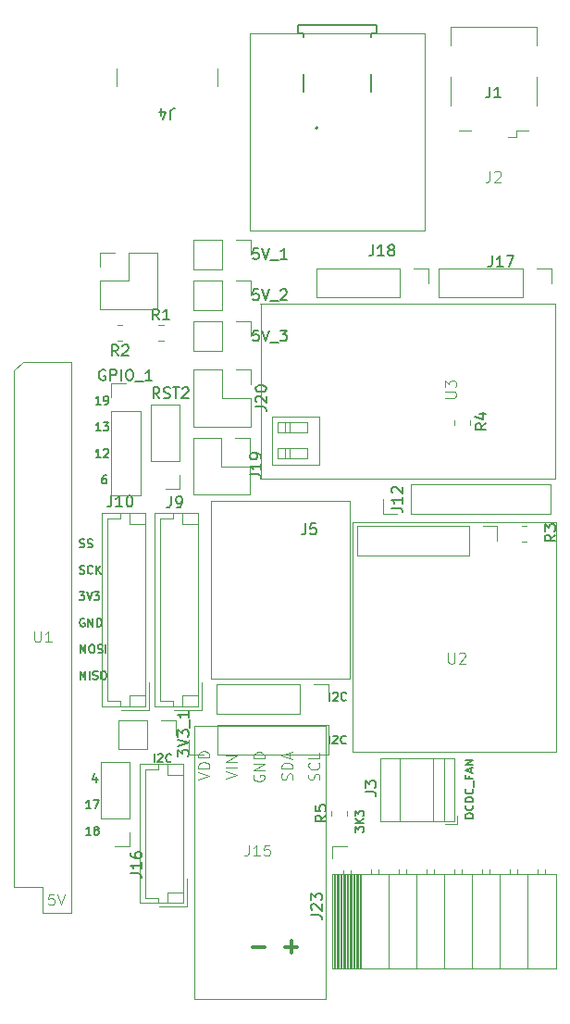
<source format=gbr>
%TF.GenerationSoftware,KiCad,Pcbnew,8.0.2*%
%TF.CreationDate,2024-07-21T18:01:21+02:00*%
%TF.ProjectId,CzlapCzlapTOP,437a6c61-7043-47a6-9c61-70544f502e6b,rev?*%
%TF.SameCoordinates,Original*%
%TF.FileFunction,Legend,Top*%
%TF.FilePolarity,Positive*%
%FSLAX46Y46*%
G04 Gerber Fmt 4.6, Leading zero omitted, Abs format (unit mm)*
G04 Created by KiCad (PCBNEW 8.0.2) date 2024-07-21 18:01:21*
%MOMM*%
%LPD*%
G01*
G04 APERTURE LIST*
%ADD10C,0.150000*%
%ADD11C,0.300000*%
%ADD12C,0.100000*%
%ADD13C,0.120000*%
%ADD14C,0.127000*%
%ADD15C,0.200000*%
G04 APERTURE END LIST*
D10*
X95361312Y-51329666D02*
X94932741Y-51329666D01*
X95147026Y-51329666D02*
X95147026Y-50579666D01*
X95147026Y-50579666D02*
X95075598Y-50686809D01*
X95075598Y-50686809D02*
X95004169Y-50758237D01*
X95004169Y-50758237D02*
X94932741Y-50793952D01*
X95718455Y-51329666D02*
X95861312Y-51329666D01*
X95861312Y-51329666D02*
X95932741Y-51293952D01*
X95932741Y-51293952D02*
X95968455Y-51258237D01*
X95968455Y-51258237D02*
X96039884Y-51151094D01*
X96039884Y-51151094D02*
X96075598Y-51008237D01*
X96075598Y-51008237D02*
X96075598Y-50722523D01*
X96075598Y-50722523D02*
X96039884Y-50651094D01*
X96039884Y-50651094D02*
X96004170Y-50615380D01*
X96004170Y-50615380D02*
X95932741Y-50579666D01*
X95932741Y-50579666D02*
X95789884Y-50579666D01*
X95789884Y-50579666D02*
X95718455Y-50615380D01*
X95718455Y-50615380D02*
X95682741Y-50651094D01*
X95682741Y-50651094D02*
X95647027Y-50722523D01*
X95647027Y-50722523D02*
X95647027Y-50901094D01*
X95647027Y-50901094D02*
X95682741Y-50972523D01*
X95682741Y-50972523D02*
X95718455Y-51008237D01*
X95718455Y-51008237D02*
X95789884Y-51043952D01*
X95789884Y-51043952D02*
X95932741Y-51043952D01*
X95932741Y-51043952D02*
X96004170Y-51008237D01*
X96004170Y-51008237D02*
X96039884Y-50972523D01*
X96039884Y-50972523D02*
X96075598Y-50901094D01*
X95361312Y-53744582D02*
X94932741Y-53744582D01*
X95147026Y-53744582D02*
X95147026Y-52994582D01*
X95147026Y-52994582D02*
X95075598Y-53101725D01*
X95075598Y-53101725D02*
X95004169Y-53173153D01*
X95004169Y-53173153D02*
X94932741Y-53208868D01*
X95611312Y-52994582D02*
X96075598Y-52994582D01*
X96075598Y-52994582D02*
X95825598Y-53280296D01*
X95825598Y-53280296D02*
X95932741Y-53280296D01*
X95932741Y-53280296D02*
X96004170Y-53316010D01*
X96004170Y-53316010D02*
X96039884Y-53351725D01*
X96039884Y-53351725D02*
X96075598Y-53423153D01*
X96075598Y-53423153D02*
X96075598Y-53601725D01*
X96075598Y-53601725D02*
X96039884Y-53673153D01*
X96039884Y-53673153D02*
X96004170Y-53708868D01*
X96004170Y-53708868D02*
X95932741Y-53744582D01*
X95932741Y-53744582D02*
X95718455Y-53744582D01*
X95718455Y-53744582D02*
X95647027Y-53708868D01*
X95647027Y-53708868D02*
X95611312Y-53673153D01*
X95361312Y-56159498D02*
X94932741Y-56159498D01*
X95147026Y-56159498D02*
X95147026Y-55409498D01*
X95147026Y-55409498D02*
X95075598Y-55516641D01*
X95075598Y-55516641D02*
X95004169Y-55588069D01*
X95004169Y-55588069D02*
X94932741Y-55623784D01*
X95647027Y-55480926D02*
X95682741Y-55445212D01*
X95682741Y-55445212D02*
X95754170Y-55409498D01*
X95754170Y-55409498D02*
X95932741Y-55409498D01*
X95932741Y-55409498D02*
X96004170Y-55445212D01*
X96004170Y-55445212D02*
X96039884Y-55480926D01*
X96039884Y-55480926D02*
X96075598Y-55552355D01*
X96075598Y-55552355D02*
X96075598Y-55623784D01*
X96075598Y-55623784D02*
X96039884Y-55730926D01*
X96039884Y-55730926D02*
X95611312Y-56159498D01*
X95611312Y-56159498D02*
X96075598Y-56159498D01*
X95861313Y-57824414D02*
X95718455Y-57824414D01*
X95718455Y-57824414D02*
X95647027Y-57860128D01*
X95647027Y-57860128D02*
X95611313Y-57895842D01*
X95611313Y-57895842D02*
X95539884Y-58002985D01*
X95539884Y-58002985D02*
X95504170Y-58145842D01*
X95504170Y-58145842D02*
X95504170Y-58431557D01*
X95504170Y-58431557D02*
X95539884Y-58502985D01*
X95539884Y-58502985D02*
X95575598Y-58538700D01*
X95575598Y-58538700D02*
X95647027Y-58574414D01*
X95647027Y-58574414D02*
X95789884Y-58574414D01*
X95789884Y-58574414D02*
X95861313Y-58538700D01*
X95861313Y-58538700D02*
X95897027Y-58502985D01*
X95897027Y-58502985D02*
X95932741Y-58431557D01*
X95932741Y-58431557D02*
X95932741Y-58252985D01*
X95932741Y-58252985D02*
X95897027Y-58181557D01*
X95897027Y-58181557D02*
X95861313Y-58145842D01*
X95861313Y-58145842D02*
X95789884Y-58110128D01*
X95789884Y-58110128D02*
X95647027Y-58110128D01*
X95647027Y-58110128D02*
X95575598Y-58145842D01*
X95575598Y-58145842D02*
X95539884Y-58181557D01*
X95539884Y-58181557D02*
X95504170Y-58252985D01*
X116304455Y-82374214D02*
X116304455Y-81624214D01*
X116625884Y-81695642D02*
X116661598Y-81659928D01*
X116661598Y-81659928D02*
X116733027Y-81624214D01*
X116733027Y-81624214D02*
X116911598Y-81624214D01*
X116911598Y-81624214D02*
X116983027Y-81659928D01*
X116983027Y-81659928D02*
X117018741Y-81695642D01*
X117018741Y-81695642D02*
X117054455Y-81767071D01*
X117054455Y-81767071D02*
X117054455Y-81838500D01*
X117054455Y-81838500D02*
X117018741Y-81945642D01*
X117018741Y-81945642D02*
X116590169Y-82374214D01*
X116590169Y-82374214D02*
X117054455Y-82374214D01*
X117804455Y-82302785D02*
X117768741Y-82338500D01*
X117768741Y-82338500D02*
X117661598Y-82374214D01*
X117661598Y-82374214D02*
X117590170Y-82374214D01*
X117590170Y-82374214D02*
X117483027Y-82338500D01*
X117483027Y-82338500D02*
X117411598Y-82267071D01*
X117411598Y-82267071D02*
X117375884Y-82195642D01*
X117375884Y-82195642D02*
X117340170Y-82052785D01*
X117340170Y-82052785D02*
X117340170Y-81945642D01*
X117340170Y-81945642D02*
X117375884Y-81802785D01*
X117375884Y-81802785D02*
X117411598Y-81731357D01*
X117411598Y-81731357D02*
X117483027Y-81659928D01*
X117483027Y-81659928D02*
X117590170Y-81624214D01*
X117590170Y-81624214D02*
X117661598Y-81624214D01*
X117661598Y-81624214D02*
X117768741Y-81659928D01*
X117768741Y-81659928D02*
X117804455Y-81695642D01*
X93459541Y-64371120D02*
X93566684Y-64406834D01*
X93566684Y-64406834D02*
X93745255Y-64406834D01*
X93745255Y-64406834D02*
X93816684Y-64371120D01*
X93816684Y-64371120D02*
X93852398Y-64335405D01*
X93852398Y-64335405D02*
X93888112Y-64263977D01*
X93888112Y-64263977D02*
X93888112Y-64192548D01*
X93888112Y-64192548D02*
X93852398Y-64121120D01*
X93852398Y-64121120D02*
X93816684Y-64085405D01*
X93816684Y-64085405D02*
X93745255Y-64049691D01*
X93745255Y-64049691D02*
X93602398Y-64013977D01*
X93602398Y-64013977D02*
X93530969Y-63978262D01*
X93530969Y-63978262D02*
X93495255Y-63942548D01*
X93495255Y-63942548D02*
X93459541Y-63871120D01*
X93459541Y-63871120D02*
X93459541Y-63799691D01*
X93459541Y-63799691D02*
X93495255Y-63728262D01*
X93495255Y-63728262D02*
X93530969Y-63692548D01*
X93530969Y-63692548D02*
X93602398Y-63656834D01*
X93602398Y-63656834D02*
X93780969Y-63656834D01*
X93780969Y-63656834D02*
X93888112Y-63692548D01*
X94173827Y-64371120D02*
X94280970Y-64406834D01*
X94280970Y-64406834D02*
X94459541Y-64406834D01*
X94459541Y-64406834D02*
X94530970Y-64371120D01*
X94530970Y-64371120D02*
X94566684Y-64335405D01*
X94566684Y-64335405D02*
X94602398Y-64263977D01*
X94602398Y-64263977D02*
X94602398Y-64192548D01*
X94602398Y-64192548D02*
X94566684Y-64121120D01*
X94566684Y-64121120D02*
X94530970Y-64085405D01*
X94530970Y-64085405D02*
X94459541Y-64049691D01*
X94459541Y-64049691D02*
X94316684Y-64013977D01*
X94316684Y-64013977D02*
X94245255Y-63978262D01*
X94245255Y-63978262D02*
X94209541Y-63942548D01*
X94209541Y-63942548D02*
X94173827Y-63871120D01*
X94173827Y-63871120D02*
X94173827Y-63799691D01*
X94173827Y-63799691D02*
X94209541Y-63728262D01*
X94209541Y-63728262D02*
X94245255Y-63692548D01*
X94245255Y-63692548D02*
X94316684Y-63656834D01*
X94316684Y-63656834D02*
X94495255Y-63656834D01*
X94495255Y-63656834D02*
X94602398Y-63692548D01*
X93459541Y-66786036D02*
X93566684Y-66821750D01*
X93566684Y-66821750D02*
X93745255Y-66821750D01*
X93745255Y-66821750D02*
X93816684Y-66786036D01*
X93816684Y-66786036D02*
X93852398Y-66750321D01*
X93852398Y-66750321D02*
X93888112Y-66678893D01*
X93888112Y-66678893D02*
X93888112Y-66607464D01*
X93888112Y-66607464D02*
X93852398Y-66536036D01*
X93852398Y-66536036D02*
X93816684Y-66500321D01*
X93816684Y-66500321D02*
X93745255Y-66464607D01*
X93745255Y-66464607D02*
X93602398Y-66428893D01*
X93602398Y-66428893D02*
X93530969Y-66393178D01*
X93530969Y-66393178D02*
X93495255Y-66357464D01*
X93495255Y-66357464D02*
X93459541Y-66286036D01*
X93459541Y-66286036D02*
X93459541Y-66214607D01*
X93459541Y-66214607D02*
X93495255Y-66143178D01*
X93495255Y-66143178D02*
X93530969Y-66107464D01*
X93530969Y-66107464D02*
X93602398Y-66071750D01*
X93602398Y-66071750D02*
X93780969Y-66071750D01*
X93780969Y-66071750D02*
X93888112Y-66107464D01*
X94638112Y-66750321D02*
X94602398Y-66786036D01*
X94602398Y-66786036D02*
X94495255Y-66821750D01*
X94495255Y-66821750D02*
X94423827Y-66821750D01*
X94423827Y-66821750D02*
X94316684Y-66786036D01*
X94316684Y-66786036D02*
X94245255Y-66714607D01*
X94245255Y-66714607D02*
X94209541Y-66643178D01*
X94209541Y-66643178D02*
X94173827Y-66500321D01*
X94173827Y-66500321D02*
X94173827Y-66393178D01*
X94173827Y-66393178D02*
X94209541Y-66250321D01*
X94209541Y-66250321D02*
X94245255Y-66178893D01*
X94245255Y-66178893D02*
X94316684Y-66107464D01*
X94316684Y-66107464D02*
X94423827Y-66071750D01*
X94423827Y-66071750D02*
X94495255Y-66071750D01*
X94495255Y-66071750D02*
X94602398Y-66107464D01*
X94602398Y-66107464D02*
X94638112Y-66143178D01*
X94959541Y-66821750D02*
X94959541Y-66071750D01*
X95388112Y-66821750D02*
X95066684Y-66393178D01*
X95388112Y-66071750D02*
X94959541Y-66500321D01*
X93423826Y-68486666D02*
X93888112Y-68486666D01*
X93888112Y-68486666D02*
X93638112Y-68772380D01*
X93638112Y-68772380D02*
X93745255Y-68772380D01*
X93745255Y-68772380D02*
X93816684Y-68808094D01*
X93816684Y-68808094D02*
X93852398Y-68843809D01*
X93852398Y-68843809D02*
X93888112Y-68915237D01*
X93888112Y-68915237D02*
X93888112Y-69093809D01*
X93888112Y-69093809D02*
X93852398Y-69165237D01*
X93852398Y-69165237D02*
X93816684Y-69200952D01*
X93816684Y-69200952D02*
X93745255Y-69236666D01*
X93745255Y-69236666D02*
X93530969Y-69236666D01*
X93530969Y-69236666D02*
X93459541Y-69200952D01*
X93459541Y-69200952D02*
X93423826Y-69165237D01*
X94102398Y-68486666D02*
X94352398Y-69236666D01*
X94352398Y-69236666D02*
X94602398Y-68486666D01*
X94780969Y-68486666D02*
X95245255Y-68486666D01*
X95245255Y-68486666D02*
X94995255Y-68772380D01*
X94995255Y-68772380D02*
X95102398Y-68772380D01*
X95102398Y-68772380D02*
X95173827Y-68808094D01*
X95173827Y-68808094D02*
X95209541Y-68843809D01*
X95209541Y-68843809D02*
X95245255Y-68915237D01*
X95245255Y-68915237D02*
X95245255Y-69093809D01*
X95245255Y-69093809D02*
X95209541Y-69165237D01*
X95209541Y-69165237D02*
X95173827Y-69200952D01*
X95173827Y-69200952D02*
X95102398Y-69236666D01*
X95102398Y-69236666D02*
X94888112Y-69236666D01*
X94888112Y-69236666D02*
X94816684Y-69200952D01*
X94816684Y-69200952D02*
X94780969Y-69165237D01*
X93888112Y-70937296D02*
X93816684Y-70901582D01*
X93816684Y-70901582D02*
X93709541Y-70901582D01*
X93709541Y-70901582D02*
X93602398Y-70937296D01*
X93602398Y-70937296D02*
X93530969Y-71008725D01*
X93530969Y-71008725D02*
X93495255Y-71080153D01*
X93495255Y-71080153D02*
X93459541Y-71223010D01*
X93459541Y-71223010D02*
X93459541Y-71330153D01*
X93459541Y-71330153D02*
X93495255Y-71473010D01*
X93495255Y-71473010D02*
X93530969Y-71544439D01*
X93530969Y-71544439D02*
X93602398Y-71615868D01*
X93602398Y-71615868D02*
X93709541Y-71651582D01*
X93709541Y-71651582D02*
X93780969Y-71651582D01*
X93780969Y-71651582D02*
X93888112Y-71615868D01*
X93888112Y-71615868D02*
X93923826Y-71580153D01*
X93923826Y-71580153D02*
X93923826Y-71330153D01*
X93923826Y-71330153D02*
X93780969Y-71330153D01*
X94245255Y-71651582D02*
X94245255Y-70901582D01*
X94245255Y-70901582D02*
X94673826Y-71651582D01*
X94673826Y-71651582D02*
X94673826Y-70901582D01*
X95030969Y-71651582D02*
X95030969Y-70901582D01*
X95030969Y-70901582D02*
X95209540Y-70901582D01*
X95209540Y-70901582D02*
X95316683Y-70937296D01*
X95316683Y-70937296D02*
X95388112Y-71008725D01*
X95388112Y-71008725D02*
X95423826Y-71080153D01*
X95423826Y-71080153D02*
X95459540Y-71223010D01*
X95459540Y-71223010D02*
X95459540Y-71330153D01*
X95459540Y-71330153D02*
X95423826Y-71473010D01*
X95423826Y-71473010D02*
X95388112Y-71544439D01*
X95388112Y-71544439D02*
X95316683Y-71615868D01*
X95316683Y-71615868D02*
X95209540Y-71651582D01*
X95209540Y-71651582D02*
X95030969Y-71651582D01*
X93495255Y-74066498D02*
X93495255Y-73316498D01*
X93495255Y-73316498D02*
X93745255Y-73852212D01*
X93745255Y-73852212D02*
X93995255Y-73316498D01*
X93995255Y-73316498D02*
X93995255Y-74066498D01*
X94495255Y-73316498D02*
X94638112Y-73316498D01*
X94638112Y-73316498D02*
X94709541Y-73352212D01*
X94709541Y-73352212D02*
X94780969Y-73423641D01*
X94780969Y-73423641D02*
X94816684Y-73566498D01*
X94816684Y-73566498D02*
X94816684Y-73816498D01*
X94816684Y-73816498D02*
X94780969Y-73959355D01*
X94780969Y-73959355D02*
X94709541Y-74030784D01*
X94709541Y-74030784D02*
X94638112Y-74066498D01*
X94638112Y-74066498D02*
X94495255Y-74066498D01*
X94495255Y-74066498D02*
X94423827Y-74030784D01*
X94423827Y-74030784D02*
X94352398Y-73959355D01*
X94352398Y-73959355D02*
X94316684Y-73816498D01*
X94316684Y-73816498D02*
X94316684Y-73566498D01*
X94316684Y-73566498D02*
X94352398Y-73423641D01*
X94352398Y-73423641D02*
X94423827Y-73352212D01*
X94423827Y-73352212D02*
X94495255Y-73316498D01*
X95102398Y-74030784D02*
X95209541Y-74066498D01*
X95209541Y-74066498D02*
X95388112Y-74066498D01*
X95388112Y-74066498D02*
X95459541Y-74030784D01*
X95459541Y-74030784D02*
X95495255Y-73995069D01*
X95495255Y-73995069D02*
X95530969Y-73923641D01*
X95530969Y-73923641D02*
X95530969Y-73852212D01*
X95530969Y-73852212D02*
X95495255Y-73780784D01*
X95495255Y-73780784D02*
X95459541Y-73745069D01*
X95459541Y-73745069D02*
X95388112Y-73709355D01*
X95388112Y-73709355D02*
X95245255Y-73673641D01*
X95245255Y-73673641D02*
X95173826Y-73637926D01*
X95173826Y-73637926D02*
X95138112Y-73602212D01*
X95138112Y-73602212D02*
X95102398Y-73530784D01*
X95102398Y-73530784D02*
X95102398Y-73459355D01*
X95102398Y-73459355D02*
X95138112Y-73387926D01*
X95138112Y-73387926D02*
X95173826Y-73352212D01*
X95173826Y-73352212D02*
X95245255Y-73316498D01*
X95245255Y-73316498D02*
X95423826Y-73316498D01*
X95423826Y-73316498D02*
X95530969Y-73352212D01*
X95852398Y-74066498D02*
X95852398Y-73316498D01*
X93495255Y-76481414D02*
X93495255Y-75731414D01*
X93495255Y-75731414D02*
X93745255Y-76267128D01*
X93745255Y-76267128D02*
X93995255Y-75731414D01*
X93995255Y-75731414D02*
X93995255Y-76481414D01*
X94352398Y-76481414D02*
X94352398Y-75731414D01*
X94673827Y-76445700D02*
X94780970Y-76481414D01*
X94780970Y-76481414D02*
X94959541Y-76481414D01*
X94959541Y-76481414D02*
X95030970Y-76445700D01*
X95030970Y-76445700D02*
X95066684Y-76409985D01*
X95066684Y-76409985D02*
X95102398Y-76338557D01*
X95102398Y-76338557D02*
X95102398Y-76267128D01*
X95102398Y-76267128D02*
X95066684Y-76195700D01*
X95066684Y-76195700D02*
X95030970Y-76159985D01*
X95030970Y-76159985D02*
X94959541Y-76124271D01*
X94959541Y-76124271D02*
X94816684Y-76088557D01*
X94816684Y-76088557D02*
X94745255Y-76052842D01*
X94745255Y-76052842D02*
X94709541Y-76017128D01*
X94709541Y-76017128D02*
X94673827Y-75945700D01*
X94673827Y-75945700D02*
X94673827Y-75874271D01*
X94673827Y-75874271D02*
X94709541Y-75802842D01*
X94709541Y-75802842D02*
X94745255Y-75767128D01*
X94745255Y-75767128D02*
X94816684Y-75731414D01*
X94816684Y-75731414D02*
X94995255Y-75731414D01*
X94995255Y-75731414D02*
X95102398Y-75767128D01*
X95566684Y-75731414D02*
X95709541Y-75731414D01*
X95709541Y-75731414D02*
X95780970Y-75767128D01*
X95780970Y-75767128D02*
X95852398Y-75838557D01*
X95852398Y-75838557D02*
X95888113Y-75981414D01*
X95888113Y-75981414D02*
X95888113Y-76231414D01*
X95888113Y-76231414D02*
X95852398Y-76374271D01*
X95852398Y-76374271D02*
X95780970Y-76445700D01*
X95780970Y-76445700D02*
X95709541Y-76481414D01*
X95709541Y-76481414D02*
X95566684Y-76481414D01*
X95566684Y-76481414D02*
X95495256Y-76445700D01*
X95495256Y-76445700D02*
X95423827Y-76374271D01*
X95423827Y-76374271D02*
X95388113Y-76231414D01*
X95388113Y-76231414D02*
X95388113Y-75981414D01*
X95388113Y-75981414D02*
X95423827Y-75838557D01*
X95423827Y-75838557D02*
X95495256Y-75767128D01*
X95495256Y-75767128D02*
X95566684Y-75731414D01*
X116329855Y-78411814D02*
X116329855Y-77661814D01*
X116651284Y-77733242D02*
X116686998Y-77697528D01*
X116686998Y-77697528D02*
X116758427Y-77661814D01*
X116758427Y-77661814D02*
X116936998Y-77661814D01*
X116936998Y-77661814D02*
X117008427Y-77697528D01*
X117008427Y-77697528D02*
X117044141Y-77733242D01*
X117044141Y-77733242D02*
X117079855Y-77804671D01*
X117079855Y-77804671D02*
X117079855Y-77876100D01*
X117079855Y-77876100D02*
X117044141Y-77983242D01*
X117044141Y-77983242D02*
X116615569Y-78411814D01*
X116615569Y-78411814D02*
X117079855Y-78411814D01*
X117829855Y-78340385D02*
X117794141Y-78376100D01*
X117794141Y-78376100D02*
X117686998Y-78411814D01*
X117686998Y-78411814D02*
X117615570Y-78411814D01*
X117615570Y-78411814D02*
X117508427Y-78376100D01*
X117508427Y-78376100D02*
X117436998Y-78304671D01*
X117436998Y-78304671D02*
X117401284Y-78233242D01*
X117401284Y-78233242D02*
X117365570Y-78090385D01*
X117365570Y-78090385D02*
X117365570Y-77983242D01*
X117365570Y-77983242D02*
X117401284Y-77840385D01*
X117401284Y-77840385D02*
X117436998Y-77768957D01*
X117436998Y-77768957D02*
X117508427Y-77697528D01*
X117508427Y-77697528D02*
X117615570Y-77661814D01*
X117615570Y-77661814D02*
X117686998Y-77661814D01*
X117686998Y-77661814D02*
X117794141Y-77697528D01*
X117794141Y-77697528D02*
X117829855Y-77733242D01*
D11*
X109241110Y-100931000D02*
X110383968Y-100931000D01*
X112241110Y-100931000D02*
X113383968Y-100931000D01*
X112812539Y-101502428D02*
X112812539Y-100359571D01*
D10*
X100302455Y-84050614D02*
X100302455Y-83300614D01*
X100623884Y-83372042D02*
X100659598Y-83336328D01*
X100659598Y-83336328D02*
X100731027Y-83300614D01*
X100731027Y-83300614D02*
X100909598Y-83300614D01*
X100909598Y-83300614D02*
X100981027Y-83336328D01*
X100981027Y-83336328D02*
X101016741Y-83372042D01*
X101016741Y-83372042D02*
X101052455Y-83443471D01*
X101052455Y-83443471D02*
X101052455Y-83514900D01*
X101052455Y-83514900D02*
X101016741Y-83622042D01*
X101016741Y-83622042D02*
X100588169Y-84050614D01*
X100588169Y-84050614D02*
X101052455Y-84050614D01*
X101802455Y-83979185D02*
X101766741Y-84014900D01*
X101766741Y-84014900D02*
X101659598Y-84050614D01*
X101659598Y-84050614D02*
X101588170Y-84050614D01*
X101588170Y-84050614D02*
X101481027Y-84014900D01*
X101481027Y-84014900D02*
X101409598Y-83943471D01*
X101409598Y-83943471D02*
X101373884Y-83872042D01*
X101373884Y-83872042D02*
X101338170Y-83729185D01*
X101338170Y-83729185D02*
X101338170Y-83622042D01*
X101338170Y-83622042D02*
X101373884Y-83479185D01*
X101373884Y-83479185D02*
X101409598Y-83407757D01*
X101409598Y-83407757D02*
X101481027Y-83336328D01*
X101481027Y-83336328D02*
X101588170Y-83300614D01*
X101588170Y-83300614D02*
X101659598Y-83300614D01*
X101659598Y-83300614D02*
X101766741Y-83336328D01*
X101766741Y-83336328D02*
X101802455Y-83372042D01*
X94997713Y-85350182D02*
X94997713Y-85850182D01*
X94819141Y-85064468D02*
X94640570Y-85600182D01*
X94640570Y-85600182D02*
X95104855Y-85600182D01*
X94497712Y-88265098D02*
X94069141Y-88265098D01*
X94283426Y-88265098D02*
X94283426Y-87515098D01*
X94283426Y-87515098D02*
X94211998Y-87622241D01*
X94211998Y-87622241D02*
X94140569Y-87693669D01*
X94140569Y-87693669D02*
X94069141Y-87729384D01*
X94747712Y-87515098D02*
X95247712Y-87515098D01*
X95247712Y-87515098D02*
X94926284Y-88265098D01*
X94497712Y-90680014D02*
X94069141Y-90680014D01*
X94283426Y-90680014D02*
X94283426Y-89930014D01*
X94283426Y-89930014D02*
X94211998Y-90037157D01*
X94211998Y-90037157D02*
X94140569Y-90108585D01*
X94140569Y-90108585D02*
X94069141Y-90144300D01*
X94926284Y-90251442D02*
X94854855Y-90215728D01*
X94854855Y-90215728D02*
X94819141Y-90180014D01*
X94819141Y-90180014D02*
X94783427Y-90108585D01*
X94783427Y-90108585D02*
X94783427Y-90072871D01*
X94783427Y-90072871D02*
X94819141Y-90001442D01*
X94819141Y-90001442D02*
X94854855Y-89965728D01*
X94854855Y-89965728D02*
X94926284Y-89930014D01*
X94926284Y-89930014D02*
X95069141Y-89930014D01*
X95069141Y-89930014D02*
X95140570Y-89965728D01*
X95140570Y-89965728D02*
X95176284Y-90001442D01*
X95176284Y-90001442D02*
X95211998Y-90072871D01*
X95211998Y-90072871D02*
X95211998Y-90108585D01*
X95211998Y-90108585D02*
X95176284Y-90180014D01*
X95176284Y-90180014D02*
X95140570Y-90215728D01*
X95140570Y-90215728D02*
X95069141Y-90251442D01*
X95069141Y-90251442D02*
X94926284Y-90251442D01*
X94926284Y-90251442D02*
X94854855Y-90287157D01*
X94854855Y-90287157D02*
X94819141Y-90322871D01*
X94819141Y-90322871D02*
X94783427Y-90394300D01*
X94783427Y-90394300D02*
X94783427Y-90537157D01*
X94783427Y-90537157D02*
X94819141Y-90608585D01*
X94819141Y-90608585D02*
X94854855Y-90644300D01*
X94854855Y-90644300D02*
X94926284Y-90680014D01*
X94926284Y-90680014D02*
X95069141Y-90680014D01*
X95069141Y-90680014D02*
X95140570Y-90644300D01*
X95140570Y-90644300D02*
X95176284Y-90608585D01*
X95176284Y-90608585D02*
X95211998Y-90537157D01*
X95211998Y-90537157D02*
X95211998Y-90394300D01*
X95211998Y-90394300D02*
X95176284Y-90322871D01*
X95176284Y-90322871D02*
X95140570Y-90287157D01*
X95140570Y-90287157D02*
X95069141Y-90251442D01*
X129465814Y-89156144D02*
X128715814Y-89156144D01*
X128715814Y-89156144D02*
X128715814Y-88977573D01*
X128715814Y-88977573D02*
X128751528Y-88870430D01*
X128751528Y-88870430D02*
X128822957Y-88799001D01*
X128822957Y-88799001D02*
X128894385Y-88763287D01*
X128894385Y-88763287D02*
X129037242Y-88727573D01*
X129037242Y-88727573D02*
X129144385Y-88727573D01*
X129144385Y-88727573D02*
X129287242Y-88763287D01*
X129287242Y-88763287D02*
X129358671Y-88799001D01*
X129358671Y-88799001D02*
X129430100Y-88870430D01*
X129430100Y-88870430D02*
X129465814Y-88977573D01*
X129465814Y-88977573D02*
X129465814Y-89156144D01*
X129394385Y-87977573D02*
X129430100Y-88013287D01*
X129430100Y-88013287D02*
X129465814Y-88120430D01*
X129465814Y-88120430D02*
X129465814Y-88191858D01*
X129465814Y-88191858D02*
X129430100Y-88299001D01*
X129430100Y-88299001D02*
X129358671Y-88370430D01*
X129358671Y-88370430D02*
X129287242Y-88406144D01*
X129287242Y-88406144D02*
X129144385Y-88441858D01*
X129144385Y-88441858D02*
X129037242Y-88441858D01*
X129037242Y-88441858D02*
X128894385Y-88406144D01*
X128894385Y-88406144D02*
X128822957Y-88370430D01*
X128822957Y-88370430D02*
X128751528Y-88299001D01*
X128751528Y-88299001D02*
X128715814Y-88191858D01*
X128715814Y-88191858D02*
X128715814Y-88120430D01*
X128715814Y-88120430D02*
X128751528Y-88013287D01*
X128751528Y-88013287D02*
X128787242Y-87977573D01*
X129465814Y-87656144D02*
X128715814Y-87656144D01*
X128715814Y-87656144D02*
X128715814Y-87477573D01*
X128715814Y-87477573D02*
X128751528Y-87370430D01*
X128751528Y-87370430D02*
X128822957Y-87299001D01*
X128822957Y-87299001D02*
X128894385Y-87263287D01*
X128894385Y-87263287D02*
X129037242Y-87227573D01*
X129037242Y-87227573D02*
X129144385Y-87227573D01*
X129144385Y-87227573D02*
X129287242Y-87263287D01*
X129287242Y-87263287D02*
X129358671Y-87299001D01*
X129358671Y-87299001D02*
X129430100Y-87370430D01*
X129430100Y-87370430D02*
X129465814Y-87477573D01*
X129465814Y-87477573D02*
X129465814Y-87656144D01*
X129394385Y-86477573D02*
X129430100Y-86513287D01*
X129430100Y-86513287D02*
X129465814Y-86620430D01*
X129465814Y-86620430D02*
X129465814Y-86691858D01*
X129465814Y-86691858D02*
X129430100Y-86799001D01*
X129430100Y-86799001D02*
X129358671Y-86870430D01*
X129358671Y-86870430D02*
X129287242Y-86906144D01*
X129287242Y-86906144D02*
X129144385Y-86941858D01*
X129144385Y-86941858D02*
X129037242Y-86941858D01*
X129037242Y-86941858D02*
X128894385Y-86906144D01*
X128894385Y-86906144D02*
X128822957Y-86870430D01*
X128822957Y-86870430D02*
X128751528Y-86799001D01*
X128751528Y-86799001D02*
X128715814Y-86691858D01*
X128715814Y-86691858D02*
X128715814Y-86620430D01*
X128715814Y-86620430D02*
X128751528Y-86513287D01*
X128751528Y-86513287D02*
X128787242Y-86477573D01*
X129537242Y-86334716D02*
X129537242Y-85763287D01*
X129072957Y-85334715D02*
X129072957Y-85584715D01*
X129465814Y-85584715D02*
X128715814Y-85584715D01*
X128715814Y-85584715D02*
X128715814Y-85227572D01*
X129251528Y-84977572D02*
X129251528Y-84620430D01*
X129465814Y-85049001D02*
X128715814Y-84799001D01*
X128715814Y-84799001D02*
X129465814Y-84549001D01*
X129465814Y-84299001D02*
X128715814Y-84299001D01*
X128715814Y-84299001D02*
X129465814Y-83870430D01*
X129465814Y-83870430D02*
X128715814Y-83870430D01*
X118682814Y-90421373D02*
X118682814Y-89957087D01*
X118682814Y-89957087D02*
X118968528Y-90207087D01*
X118968528Y-90207087D02*
X118968528Y-90099944D01*
X118968528Y-90099944D02*
X119004242Y-90028516D01*
X119004242Y-90028516D02*
X119039957Y-89992801D01*
X119039957Y-89992801D02*
X119111385Y-89957087D01*
X119111385Y-89957087D02*
X119289957Y-89957087D01*
X119289957Y-89957087D02*
X119361385Y-89992801D01*
X119361385Y-89992801D02*
X119397100Y-90028516D01*
X119397100Y-90028516D02*
X119432814Y-90099944D01*
X119432814Y-90099944D02*
X119432814Y-90314230D01*
X119432814Y-90314230D02*
X119397100Y-90385658D01*
X119397100Y-90385658D02*
X119361385Y-90421373D01*
X119432814Y-89635658D02*
X118682814Y-89635658D01*
X119432814Y-89207087D02*
X119004242Y-89528515D01*
X118682814Y-89207087D02*
X119111385Y-89635658D01*
X118682814Y-88957087D02*
X118682814Y-88492801D01*
X118682814Y-88492801D02*
X118968528Y-88742801D01*
X118968528Y-88742801D02*
X118968528Y-88635658D01*
X118968528Y-88635658D02*
X119004242Y-88564230D01*
X119004242Y-88564230D02*
X119039957Y-88528515D01*
X119039957Y-88528515D02*
X119111385Y-88492801D01*
X119111385Y-88492801D02*
X119289957Y-88492801D01*
X119289957Y-88492801D02*
X119361385Y-88528515D01*
X119361385Y-88528515D02*
X119397100Y-88564230D01*
X119397100Y-88564230D02*
X119432814Y-88635658D01*
X119432814Y-88635658D02*
X119432814Y-88849944D01*
X119432814Y-88849944D02*
X119397100Y-88921372D01*
X119397100Y-88921372D02*
X119361385Y-88957087D01*
D12*
X126889219Y-50723704D02*
X127698742Y-50723704D01*
X127698742Y-50723704D02*
X127793980Y-50676085D01*
X127793980Y-50676085D02*
X127841600Y-50628466D01*
X127841600Y-50628466D02*
X127889219Y-50533228D01*
X127889219Y-50533228D02*
X127889219Y-50342752D01*
X127889219Y-50342752D02*
X127841600Y-50247514D01*
X127841600Y-50247514D02*
X127793980Y-50199895D01*
X127793980Y-50199895D02*
X127698742Y-50152276D01*
X127698742Y-50152276D02*
X126889219Y-50152276D01*
X126889219Y-49771323D02*
X126889219Y-49152276D01*
X126889219Y-49152276D02*
X127270171Y-49485609D01*
X127270171Y-49485609D02*
X127270171Y-49342752D01*
X127270171Y-49342752D02*
X127317790Y-49247514D01*
X127317790Y-49247514D02*
X127365409Y-49199895D01*
X127365409Y-49199895D02*
X127460647Y-49152276D01*
X127460647Y-49152276D02*
X127698742Y-49152276D01*
X127698742Y-49152276D02*
X127793980Y-49199895D01*
X127793980Y-49199895D02*
X127841600Y-49247514D01*
X127841600Y-49247514D02*
X127889219Y-49342752D01*
X127889219Y-49342752D02*
X127889219Y-49628466D01*
X127889219Y-49628466D02*
X127841600Y-49723704D01*
X127841600Y-49723704D02*
X127793980Y-49771323D01*
D10*
X101825466Y-59754419D02*
X101825466Y-60468704D01*
X101825466Y-60468704D02*
X101777847Y-60611561D01*
X101777847Y-60611561D02*
X101682609Y-60706800D01*
X101682609Y-60706800D02*
X101539752Y-60754419D01*
X101539752Y-60754419D02*
X101444514Y-60754419D01*
X102349276Y-60754419D02*
X102539752Y-60754419D01*
X102539752Y-60754419D02*
X102634990Y-60706800D01*
X102634990Y-60706800D02*
X102682609Y-60659180D01*
X102682609Y-60659180D02*
X102777847Y-60516323D01*
X102777847Y-60516323D02*
X102825466Y-60325847D01*
X102825466Y-60325847D02*
X102825466Y-59944895D01*
X102825466Y-59944895D02*
X102777847Y-59849657D01*
X102777847Y-59849657D02*
X102730228Y-59802038D01*
X102730228Y-59802038D02*
X102634990Y-59754419D01*
X102634990Y-59754419D02*
X102444514Y-59754419D01*
X102444514Y-59754419D02*
X102349276Y-59802038D01*
X102349276Y-59802038D02*
X102301657Y-59849657D01*
X102301657Y-59849657D02*
X102254038Y-59944895D01*
X102254038Y-59944895D02*
X102254038Y-60182990D01*
X102254038Y-60182990D02*
X102301657Y-60278228D01*
X102301657Y-60278228D02*
X102349276Y-60325847D01*
X102349276Y-60325847D02*
X102444514Y-60373466D01*
X102444514Y-60373466D02*
X102634990Y-60373466D01*
X102634990Y-60373466D02*
X102730228Y-60325847D01*
X102730228Y-60325847D02*
X102777847Y-60278228D01*
X102777847Y-60278228D02*
X102825466Y-60182990D01*
X109797980Y-44541619D02*
X109321790Y-44541619D01*
X109321790Y-44541619D02*
X109274171Y-45017809D01*
X109274171Y-45017809D02*
X109321790Y-44970190D01*
X109321790Y-44970190D02*
X109417028Y-44922571D01*
X109417028Y-44922571D02*
X109655123Y-44922571D01*
X109655123Y-44922571D02*
X109750361Y-44970190D01*
X109750361Y-44970190D02*
X109797980Y-45017809D01*
X109797980Y-45017809D02*
X109845599Y-45113047D01*
X109845599Y-45113047D02*
X109845599Y-45351142D01*
X109845599Y-45351142D02*
X109797980Y-45446380D01*
X109797980Y-45446380D02*
X109750361Y-45494000D01*
X109750361Y-45494000D02*
X109655123Y-45541619D01*
X109655123Y-45541619D02*
X109417028Y-45541619D01*
X109417028Y-45541619D02*
X109321790Y-45494000D01*
X109321790Y-45494000D02*
X109274171Y-45446380D01*
X110131314Y-44541619D02*
X110464647Y-45541619D01*
X110464647Y-45541619D02*
X110797980Y-44541619D01*
X110893219Y-45636857D02*
X111655123Y-45636857D01*
X111797981Y-44541619D02*
X112417028Y-44541619D01*
X112417028Y-44541619D02*
X112083695Y-44922571D01*
X112083695Y-44922571D02*
X112226552Y-44922571D01*
X112226552Y-44922571D02*
X112321790Y-44970190D01*
X112321790Y-44970190D02*
X112369409Y-45017809D01*
X112369409Y-45017809D02*
X112417028Y-45113047D01*
X112417028Y-45113047D02*
X112417028Y-45351142D01*
X112417028Y-45351142D02*
X112369409Y-45446380D01*
X112369409Y-45446380D02*
X112321790Y-45494000D01*
X112321790Y-45494000D02*
X112226552Y-45541619D01*
X112226552Y-45541619D02*
X111940838Y-45541619D01*
X111940838Y-45541619D02*
X111845600Y-45494000D01*
X111845600Y-45494000D02*
X111797981Y-45446380D01*
X116000419Y-88914266D02*
X115524228Y-89247599D01*
X116000419Y-89485694D02*
X115000419Y-89485694D01*
X115000419Y-89485694D02*
X115000419Y-89104742D01*
X115000419Y-89104742D02*
X115048038Y-89009504D01*
X115048038Y-89009504D02*
X115095657Y-88961885D01*
X115095657Y-88961885D02*
X115190895Y-88914266D01*
X115190895Y-88914266D02*
X115333752Y-88914266D01*
X115333752Y-88914266D02*
X115428990Y-88961885D01*
X115428990Y-88961885D02*
X115476609Y-89009504D01*
X115476609Y-89009504D02*
X115524228Y-89104742D01*
X115524228Y-89104742D02*
X115524228Y-89485694D01*
X115000419Y-88009504D02*
X115000419Y-88485694D01*
X115000419Y-88485694D02*
X115476609Y-88533313D01*
X115476609Y-88533313D02*
X115428990Y-88485694D01*
X115428990Y-88485694D02*
X115381371Y-88390456D01*
X115381371Y-88390456D02*
X115381371Y-88152361D01*
X115381371Y-88152361D02*
X115428990Y-88057123D01*
X115428990Y-88057123D02*
X115476609Y-88009504D01*
X115476609Y-88009504D02*
X115571847Y-87961885D01*
X115571847Y-87961885D02*
X115809942Y-87961885D01*
X115809942Y-87961885D02*
X115905180Y-88009504D01*
X115905180Y-88009504D02*
X115952800Y-88057123D01*
X115952800Y-88057123D02*
X116000419Y-88152361D01*
X116000419Y-88152361D02*
X116000419Y-88390456D01*
X116000419Y-88390456D02*
X115952800Y-88485694D01*
X115952800Y-88485694D02*
X115905180Y-88533313D01*
X101775133Y-25256480D02*
X101775133Y-24542195D01*
X101775133Y-24542195D02*
X101822752Y-24399338D01*
X101822752Y-24399338D02*
X101917990Y-24304100D01*
X101917990Y-24304100D02*
X102060847Y-24256480D01*
X102060847Y-24256480D02*
X102156085Y-24256480D01*
X100870371Y-24923147D02*
X100870371Y-24256480D01*
X101108466Y-25304100D02*
X101346561Y-24589814D01*
X101346561Y-24589814D02*
X100727514Y-24589814D01*
X109797980Y-40806019D02*
X109321790Y-40806019D01*
X109321790Y-40806019D02*
X109274171Y-41282209D01*
X109274171Y-41282209D02*
X109321790Y-41234590D01*
X109321790Y-41234590D02*
X109417028Y-41186971D01*
X109417028Y-41186971D02*
X109655123Y-41186971D01*
X109655123Y-41186971D02*
X109750361Y-41234590D01*
X109750361Y-41234590D02*
X109797980Y-41282209D01*
X109797980Y-41282209D02*
X109845599Y-41377447D01*
X109845599Y-41377447D02*
X109845599Y-41615542D01*
X109845599Y-41615542D02*
X109797980Y-41710780D01*
X109797980Y-41710780D02*
X109750361Y-41758400D01*
X109750361Y-41758400D02*
X109655123Y-41806019D01*
X109655123Y-41806019D02*
X109417028Y-41806019D01*
X109417028Y-41806019D02*
X109321790Y-41758400D01*
X109321790Y-41758400D02*
X109274171Y-41710780D01*
X110131314Y-40806019D02*
X110464647Y-41806019D01*
X110464647Y-41806019D02*
X110797980Y-40806019D01*
X110893219Y-41901257D02*
X111655123Y-41901257D01*
X111845600Y-40901257D02*
X111893219Y-40853638D01*
X111893219Y-40853638D02*
X111988457Y-40806019D01*
X111988457Y-40806019D02*
X112226552Y-40806019D01*
X112226552Y-40806019D02*
X112321790Y-40853638D01*
X112321790Y-40853638D02*
X112369409Y-40901257D01*
X112369409Y-40901257D02*
X112417028Y-40996495D01*
X112417028Y-40996495D02*
X112417028Y-41091733D01*
X112417028Y-41091733D02*
X112369409Y-41234590D01*
X112369409Y-41234590D02*
X111797981Y-41806019D01*
X111797981Y-41806019D02*
X112417028Y-41806019D01*
X96962933Y-46885019D02*
X96629600Y-46408828D01*
X96391505Y-46885019D02*
X96391505Y-45885019D01*
X96391505Y-45885019D02*
X96772457Y-45885019D01*
X96772457Y-45885019D02*
X96867695Y-45932638D01*
X96867695Y-45932638D02*
X96915314Y-45980257D01*
X96915314Y-45980257D02*
X96962933Y-46075495D01*
X96962933Y-46075495D02*
X96962933Y-46218352D01*
X96962933Y-46218352D02*
X96915314Y-46313590D01*
X96915314Y-46313590D02*
X96867695Y-46361209D01*
X96867695Y-46361209D02*
X96772457Y-46408828D01*
X96772457Y-46408828D02*
X96391505Y-46408828D01*
X97343886Y-45980257D02*
X97391505Y-45932638D01*
X97391505Y-45932638D02*
X97486743Y-45885019D01*
X97486743Y-45885019D02*
X97724838Y-45885019D01*
X97724838Y-45885019D02*
X97820076Y-45932638D01*
X97820076Y-45932638D02*
X97867695Y-45980257D01*
X97867695Y-45980257D02*
X97915314Y-46075495D01*
X97915314Y-46075495D02*
X97915314Y-46170733D01*
X97915314Y-46170733D02*
X97867695Y-46313590D01*
X97867695Y-46313590D02*
X97296267Y-46885019D01*
X97296267Y-46885019D02*
X97915314Y-46885019D01*
X114124166Y-62226519D02*
X114124166Y-62940804D01*
X114124166Y-62940804D02*
X114076547Y-63083661D01*
X114076547Y-63083661D02*
X113981309Y-63178900D01*
X113981309Y-63178900D02*
X113838452Y-63226519D01*
X113838452Y-63226519D02*
X113743214Y-63226519D01*
X115076547Y-62226519D02*
X114600357Y-62226519D01*
X114600357Y-62226519D02*
X114552738Y-62702709D01*
X114552738Y-62702709D02*
X114600357Y-62655090D01*
X114600357Y-62655090D02*
X114695595Y-62607471D01*
X114695595Y-62607471D02*
X114933690Y-62607471D01*
X114933690Y-62607471D02*
X115028928Y-62655090D01*
X115028928Y-62655090D02*
X115076547Y-62702709D01*
X115076547Y-62702709D02*
X115124166Y-62797947D01*
X115124166Y-62797947D02*
X115124166Y-63036042D01*
X115124166Y-63036042D02*
X115076547Y-63131280D01*
X115076547Y-63131280D02*
X115028928Y-63178900D01*
X115028928Y-63178900D02*
X114933690Y-63226519D01*
X114933690Y-63226519D02*
X114695595Y-63226519D01*
X114695595Y-63226519D02*
X114600357Y-63178900D01*
X114600357Y-63178900D02*
X114552738Y-63131280D01*
X119571419Y-86744133D02*
X120285704Y-86744133D01*
X120285704Y-86744133D02*
X120428561Y-86791752D01*
X120428561Y-86791752D02*
X120523800Y-86886990D01*
X120523800Y-86886990D02*
X120571419Y-87029847D01*
X120571419Y-87029847D02*
X120571419Y-87125085D01*
X119571419Y-86363180D02*
X119571419Y-85744133D01*
X119571419Y-85744133D02*
X119952371Y-86077466D01*
X119952371Y-86077466D02*
X119952371Y-85934609D01*
X119952371Y-85934609D02*
X119999990Y-85839371D01*
X119999990Y-85839371D02*
X120047609Y-85791752D01*
X120047609Y-85791752D02*
X120142847Y-85744133D01*
X120142847Y-85744133D02*
X120380942Y-85744133D01*
X120380942Y-85744133D02*
X120476180Y-85791752D01*
X120476180Y-85791752D02*
X120523800Y-85839371D01*
X120523800Y-85839371D02*
X120571419Y-85934609D01*
X120571419Y-85934609D02*
X120571419Y-86220323D01*
X120571419Y-86220323D02*
X120523800Y-86315561D01*
X120523800Y-86315561D02*
X120476180Y-86363180D01*
D12*
X108918476Y-91616619D02*
X108918476Y-92330904D01*
X108918476Y-92330904D02*
X108870857Y-92473761D01*
X108870857Y-92473761D02*
X108775619Y-92569000D01*
X108775619Y-92569000D02*
X108632762Y-92616619D01*
X108632762Y-92616619D02*
X108537524Y-92616619D01*
X109918476Y-92616619D02*
X109347048Y-92616619D01*
X109632762Y-92616619D02*
X109632762Y-91616619D01*
X109632762Y-91616619D02*
X109537524Y-91759476D01*
X109537524Y-91759476D02*
X109442286Y-91854714D01*
X109442286Y-91854714D02*
X109347048Y-91902333D01*
X110823238Y-91616619D02*
X110347048Y-91616619D01*
X110347048Y-91616619D02*
X110299429Y-92092809D01*
X110299429Y-92092809D02*
X110347048Y-92045190D01*
X110347048Y-92045190D02*
X110442286Y-91997571D01*
X110442286Y-91997571D02*
X110680381Y-91997571D01*
X110680381Y-91997571D02*
X110775619Y-92045190D01*
X110775619Y-92045190D02*
X110823238Y-92092809D01*
X110823238Y-92092809D02*
X110870857Y-92188047D01*
X110870857Y-92188047D02*
X110870857Y-92426142D01*
X110870857Y-92426142D02*
X110823238Y-92521380D01*
X110823238Y-92521380D02*
X110775619Y-92569000D01*
X110775619Y-92569000D02*
X110680381Y-92616619D01*
X110680381Y-92616619D02*
X110442286Y-92616619D01*
X110442286Y-92616619D02*
X110347048Y-92569000D01*
X110347048Y-92569000D02*
X110299429Y-92521380D01*
X115352800Y-85677934D02*
X115400419Y-85535077D01*
X115400419Y-85535077D02*
X115400419Y-85296982D01*
X115400419Y-85296982D02*
X115352800Y-85201744D01*
X115352800Y-85201744D02*
X115305180Y-85154125D01*
X115305180Y-85154125D02*
X115209942Y-85106506D01*
X115209942Y-85106506D02*
X115114704Y-85106506D01*
X115114704Y-85106506D02*
X115019466Y-85154125D01*
X115019466Y-85154125D02*
X114971847Y-85201744D01*
X114971847Y-85201744D02*
X114924228Y-85296982D01*
X114924228Y-85296982D02*
X114876609Y-85487458D01*
X114876609Y-85487458D02*
X114828990Y-85582696D01*
X114828990Y-85582696D02*
X114781371Y-85630315D01*
X114781371Y-85630315D02*
X114686133Y-85677934D01*
X114686133Y-85677934D02*
X114590895Y-85677934D01*
X114590895Y-85677934D02*
X114495657Y-85630315D01*
X114495657Y-85630315D02*
X114448038Y-85582696D01*
X114448038Y-85582696D02*
X114400419Y-85487458D01*
X114400419Y-85487458D02*
X114400419Y-85249363D01*
X114400419Y-85249363D02*
X114448038Y-85106506D01*
X115305180Y-84106506D02*
X115352800Y-84154125D01*
X115352800Y-84154125D02*
X115400419Y-84296982D01*
X115400419Y-84296982D02*
X115400419Y-84392220D01*
X115400419Y-84392220D02*
X115352800Y-84535077D01*
X115352800Y-84535077D02*
X115257561Y-84630315D01*
X115257561Y-84630315D02*
X115162323Y-84677934D01*
X115162323Y-84677934D02*
X114971847Y-84725553D01*
X114971847Y-84725553D02*
X114828990Y-84725553D01*
X114828990Y-84725553D02*
X114638514Y-84677934D01*
X114638514Y-84677934D02*
X114543276Y-84630315D01*
X114543276Y-84630315D02*
X114448038Y-84535077D01*
X114448038Y-84535077D02*
X114400419Y-84392220D01*
X114400419Y-84392220D02*
X114400419Y-84296982D01*
X114400419Y-84296982D02*
X114448038Y-84154125D01*
X114448038Y-84154125D02*
X114495657Y-84106506D01*
X115400419Y-83201744D02*
X115400419Y-83677934D01*
X115400419Y-83677934D02*
X114400419Y-83677934D01*
X112877800Y-85652934D02*
X112925419Y-85510077D01*
X112925419Y-85510077D02*
X112925419Y-85271982D01*
X112925419Y-85271982D02*
X112877800Y-85176744D01*
X112877800Y-85176744D02*
X112830180Y-85129125D01*
X112830180Y-85129125D02*
X112734942Y-85081506D01*
X112734942Y-85081506D02*
X112639704Y-85081506D01*
X112639704Y-85081506D02*
X112544466Y-85129125D01*
X112544466Y-85129125D02*
X112496847Y-85176744D01*
X112496847Y-85176744D02*
X112449228Y-85271982D01*
X112449228Y-85271982D02*
X112401609Y-85462458D01*
X112401609Y-85462458D02*
X112353990Y-85557696D01*
X112353990Y-85557696D02*
X112306371Y-85605315D01*
X112306371Y-85605315D02*
X112211133Y-85652934D01*
X112211133Y-85652934D02*
X112115895Y-85652934D01*
X112115895Y-85652934D02*
X112020657Y-85605315D01*
X112020657Y-85605315D02*
X111973038Y-85557696D01*
X111973038Y-85557696D02*
X111925419Y-85462458D01*
X111925419Y-85462458D02*
X111925419Y-85224363D01*
X111925419Y-85224363D02*
X111973038Y-85081506D01*
X112925419Y-84652934D02*
X111925419Y-84652934D01*
X111925419Y-84652934D02*
X111925419Y-84414839D01*
X111925419Y-84414839D02*
X111973038Y-84271982D01*
X111973038Y-84271982D02*
X112068276Y-84176744D01*
X112068276Y-84176744D02*
X112163514Y-84129125D01*
X112163514Y-84129125D02*
X112353990Y-84081506D01*
X112353990Y-84081506D02*
X112496847Y-84081506D01*
X112496847Y-84081506D02*
X112687323Y-84129125D01*
X112687323Y-84129125D02*
X112782561Y-84176744D01*
X112782561Y-84176744D02*
X112877800Y-84271982D01*
X112877800Y-84271982D02*
X112925419Y-84414839D01*
X112925419Y-84414839D02*
X112925419Y-84652934D01*
X112639704Y-83700553D02*
X112639704Y-83224363D01*
X112925419Y-83795791D02*
X111925419Y-83462458D01*
X111925419Y-83462458D02*
X112925419Y-83129125D01*
X109398038Y-85231506D02*
X109350419Y-85326744D01*
X109350419Y-85326744D02*
X109350419Y-85469601D01*
X109350419Y-85469601D02*
X109398038Y-85612458D01*
X109398038Y-85612458D02*
X109493276Y-85707696D01*
X109493276Y-85707696D02*
X109588514Y-85755315D01*
X109588514Y-85755315D02*
X109778990Y-85802934D01*
X109778990Y-85802934D02*
X109921847Y-85802934D01*
X109921847Y-85802934D02*
X110112323Y-85755315D01*
X110112323Y-85755315D02*
X110207561Y-85707696D01*
X110207561Y-85707696D02*
X110302800Y-85612458D01*
X110302800Y-85612458D02*
X110350419Y-85469601D01*
X110350419Y-85469601D02*
X110350419Y-85374363D01*
X110350419Y-85374363D02*
X110302800Y-85231506D01*
X110302800Y-85231506D02*
X110255180Y-85183887D01*
X110255180Y-85183887D02*
X109921847Y-85183887D01*
X109921847Y-85183887D02*
X109921847Y-85374363D01*
X110350419Y-84755315D02*
X109350419Y-84755315D01*
X109350419Y-84755315D02*
X110350419Y-84183887D01*
X110350419Y-84183887D02*
X109350419Y-84183887D01*
X110350419Y-83707696D02*
X109350419Y-83707696D01*
X109350419Y-83707696D02*
X109350419Y-83469601D01*
X109350419Y-83469601D02*
X109398038Y-83326744D01*
X109398038Y-83326744D02*
X109493276Y-83231506D01*
X109493276Y-83231506D02*
X109588514Y-83183887D01*
X109588514Y-83183887D02*
X109778990Y-83136268D01*
X109778990Y-83136268D02*
X109921847Y-83136268D01*
X109921847Y-83136268D02*
X110112323Y-83183887D01*
X110112323Y-83183887D02*
X110207561Y-83231506D01*
X110207561Y-83231506D02*
X110302800Y-83326744D01*
X110302800Y-83326744D02*
X110350419Y-83469601D01*
X110350419Y-83469601D02*
X110350419Y-83707696D01*
X104325419Y-85623172D02*
X105325419Y-85289839D01*
X105325419Y-85289839D02*
X104325419Y-84956506D01*
X105325419Y-84623172D02*
X104325419Y-84623172D01*
X104325419Y-84623172D02*
X104325419Y-84385077D01*
X104325419Y-84385077D02*
X104373038Y-84242220D01*
X104373038Y-84242220D02*
X104468276Y-84146982D01*
X104468276Y-84146982D02*
X104563514Y-84099363D01*
X104563514Y-84099363D02*
X104753990Y-84051744D01*
X104753990Y-84051744D02*
X104896847Y-84051744D01*
X104896847Y-84051744D02*
X105087323Y-84099363D01*
X105087323Y-84099363D02*
X105182561Y-84146982D01*
X105182561Y-84146982D02*
X105277800Y-84242220D01*
X105277800Y-84242220D02*
X105325419Y-84385077D01*
X105325419Y-84385077D02*
X105325419Y-84623172D01*
X105325419Y-83623172D02*
X104325419Y-83623172D01*
X104325419Y-83623172D02*
X104325419Y-83385077D01*
X104325419Y-83385077D02*
X104373038Y-83242220D01*
X104373038Y-83242220D02*
X104468276Y-83146982D01*
X104468276Y-83146982D02*
X104563514Y-83099363D01*
X104563514Y-83099363D02*
X104753990Y-83051744D01*
X104753990Y-83051744D02*
X104896847Y-83051744D01*
X104896847Y-83051744D02*
X105087323Y-83099363D01*
X105087323Y-83099363D02*
X105182561Y-83146982D01*
X105182561Y-83146982D02*
X105277800Y-83242220D01*
X105277800Y-83242220D02*
X105325419Y-83385077D01*
X105325419Y-83385077D02*
X105325419Y-83623172D01*
X106800419Y-85523172D02*
X107800419Y-85189839D01*
X107800419Y-85189839D02*
X106800419Y-84856506D01*
X107800419Y-84523172D02*
X106800419Y-84523172D01*
X107800419Y-84046982D02*
X106800419Y-84046982D01*
X106800419Y-84046982D02*
X107800419Y-83475554D01*
X107800419Y-83475554D02*
X106800419Y-83475554D01*
X127177895Y-74031819D02*
X127177895Y-74841342D01*
X127177895Y-74841342D02*
X127225514Y-74936580D01*
X127225514Y-74936580D02*
X127273133Y-74984200D01*
X127273133Y-74984200D02*
X127368371Y-75031819D01*
X127368371Y-75031819D02*
X127558847Y-75031819D01*
X127558847Y-75031819D02*
X127654085Y-74984200D01*
X127654085Y-74984200D02*
X127701704Y-74936580D01*
X127701704Y-74936580D02*
X127749323Y-74841342D01*
X127749323Y-74841342D02*
X127749323Y-74031819D01*
X128177895Y-74127057D02*
X128225514Y-74079438D01*
X128225514Y-74079438D02*
X128320752Y-74031819D01*
X128320752Y-74031819D02*
X128558847Y-74031819D01*
X128558847Y-74031819D02*
X128654085Y-74079438D01*
X128654085Y-74079438D02*
X128701704Y-74127057D01*
X128701704Y-74127057D02*
X128749323Y-74222295D01*
X128749323Y-74222295D02*
X128749323Y-74317533D01*
X128749323Y-74317533D02*
X128701704Y-74460390D01*
X128701704Y-74460390D02*
X128130276Y-75031819D01*
X128130276Y-75031819D02*
X128749323Y-75031819D01*
D10*
X109797980Y-37046819D02*
X109321790Y-37046819D01*
X109321790Y-37046819D02*
X109274171Y-37523009D01*
X109274171Y-37523009D02*
X109321790Y-37475390D01*
X109321790Y-37475390D02*
X109417028Y-37427771D01*
X109417028Y-37427771D02*
X109655123Y-37427771D01*
X109655123Y-37427771D02*
X109750361Y-37475390D01*
X109750361Y-37475390D02*
X109797980Y-37523009D01*
X109797980Y-37523009D02*
X109845599Y-37618247D01*
X109845599Y-37618247D02*
X109845599Y-37856342D01*
X109845599Y-37856342D02*
X109797980Y-37951580D01*
X109797980Y-37951580D02*
X109750361Y-37999200D01*
X109750361Y-37999200D02*
X109655123Y-38046819D01*
X109655123Y-38046819D02*
X109417028Y-38046819D01*
X109417028Y-38046819D02*
X109321790Y-37999200D01*
X109321790Y-37999200D02*
X109274171Y-37951580D01*
X110131314Y-37046819D02*
X110464647Y-38046819D01*
X110464647Y-38046819D02*
X110797980Y-37046819D01*
X110893219Y-38142057D02*
X111655123Y-38142057D01*
X112417028Y-38046819D02*
X111845600Y-38046819D01*
X112131314Y-38046819D02*
X112131314Y-37046819D01*
X112131314Y-37046819D02*
X112036076Y-37189676D01*
X112036076Y-37189676D02*
X111940838Y-37284914D01*
X111940838Y-37284914D02*
X111845600Y-37332533D01*
X102426419Y-83527637D02*
X102426419Y-82908590D01*
X102426419Y-82908590D02*
X102807371Y-83241923D01*
X102807371Y-83241923D02*
X102807371Y-83099066D01*
X102807371Y-83099066D02*
X102854990Y-83003828D01*
X102854990Y-83003828D02*
X102902609Y-82956209D01*
X102902609Y-82956209D02*
X102997847Y-82908590D01*
X102997847Y-82908590D02*
X103235942Y-82908590D01*
X103235942Y-82908590D02*
X103331180Y-82956209D01*
X103331180Y-82956209D02*
X103378800Y-83003828D01*
X103378800Y-83003828D02*
X103426419Y-83099066D01*
X103426419Y-83099066D02*
X103426419Y-83384780D01*
X103426419Y-83384780D02*
X103378800Y-83480018D01*
X103378800Y-83480018D02*
X103331180Y-83527637D01*
X102426419Y-82622875D02*
X103426419Y-82289542D01*
X103426419Y-82289542D02*
X102426419Y-81956209D01*
X102426419Y-81718113D02*
X102426419Y-81099066D01*
X102426419Y-81099066D02*
X102807371Y-81432399D01*
X102807371Y-81432399D02*
X102807371Y-81289542D01*
X102807371Y-81289542D02*
X102854990Y-81194304D01*
X102854990Y-81194304D02*
X102902609Y-81146685D01*
X102902609Y-81146685D02*
X102997847Y-81099066D01*
X102997847Y-81099066D02*
X103235942Y-81099066D01*
X103235942Y-81099066D02*
X103331180Y-81146685D01*
X103331180Y-81146685D02*
X103378800Y-81194304D01*
X103378800Y-81194304D02*
X103426419Y-81289542D01*
X103426419Y-81289542D02*
X103426419Y-81575256D01*
X103426419Y-81575256D02*
X103378800Y-81670494D01*
X103378800Y-81670494D02*
X103331180Y-81718113D01*
X103521657Y-80908590D02*
X103521657Y-80146685D01*
X103426419Y-79384780D02*
X103426419Y-79956208D01*
X103426419Y-79670494D02*
X102426419Y-79670494D01*
X102426419Y-79670494D02*
X102569276Y-79765732D01*
X102569276Y-79765732D02*
X102664514Y-79860970D01*
X102664514Y-79860970D02*
X102712133Y-79956208D01*
X114617019Y-98001123D02*
X115331304Y-98001123D01*
X115331304Y-98001123D02*
X115474161Y-98048742D01*
X115474161Y-98048742D02*
X115569400Y-98143980D01*
X115569400Y-98143980D02*
X115617019Y-98286837D01*
X115617019Y-98286837D02*
X115617019Y-98382075D01*
X114712257Y-97572551D02*
X114664638Y-97524932D01*
X114664638Y-97524932D02*
X114617019Y-97429694D01*
X114617019Y-97429694D02*
X114617019Y-97191599D01*
X114617019Y-97191599D02*
X114664638Y-97096361D01*
X114664638Y-97096361D02*
X114712257Y-97048742D01*
X114712257Y-97048742D02*
X114807495Y-97001123D01*
X114807495Y-97001123D02*
X114902733Y-97001123D01*
X114902733Y-97001123D02*
X115045590Y-97048742D01*
X115045590Y-97048742D02*
X115617019Y-97620170D01*
X115617019Y-97620170D02*
X115617019Y-97001123D01*
X114617019Y-96667789D02*
X114617019Y-96048742D01*
X114617019Y-96048742D02*
X114997971Y-96382075D01*
X114997971Y-96382075D02*
X114997971Y-96239218D01*
X114997971Y-96239218D02*
X115045590Y-96143980D01*
X115045590Y-96143980D02*
X115093209Y-96096361D01*
X115093209Y-96096361D02*
X115188447Y-96048742D01*
X115188447Y-96048742D02*
X115426542Y-96048742D01*
X115426542Y-96048742D02*
X115521780Y-96096361D01*
X115521780Y-96096361D02*
X115569400Y-96143980D01*
X115569400Y-96143980D02*
X115617019Y-96239218D01*
X115617019Y-96239218D02*
X115617019Y-96524932D01*
X115617019Y-96524932D02*
X115569400Y-96620170D01*
X115569400Y-96620170D02*
X115521780Y-96667789D01*
X137005219Y-63260266D02*
X136529028Y-63593599D01*
X137005219Y-63831694D02*
X136005219Y-63831694D01*
X136005219Y-63831694D02*
X136005219Y-63450742D01*
X136005219Y-63450742D02*
X136052838Y-63355504D01*
X136052838Y-63355504D02*
X136100457Y-63307885D01*
X136100457Y-63307885D02*
X136195695Y-63260266D01*
X136195695Y-63260266D02*
X136338552Y-63260266D01*
X136338552Y-63260266D02*
X136433790Y-63307885D01*
X136433790Y-63307885D02*
X136481409Y-63355504D01*
X136481409Y-63355504D02*
X136529028Y-63450742D01*
X136529028Y-63450742D02*
X136529028Y-63831694D01*
X136005219Y-62926932D02*
X136005219Y-62307885D01*
X136005219Y-62307885D02*
X136386171Y-62641218D01*
X136386171Y-62641218D02*
X136386171Y-62498361D01*
X136386171Y-62498361D02*
X136433790Y-62403123D01*
X136433790Y-62403123D02*
X136481409Y-62355504D01*
X136481409Y-62355504D02*
X136576647Y-62307885D01*
X136576647Y-62307885D02*
X136814742Y-62307885D01*
X136814742Y-62307885D02*
X136909980Y-62355504D01*
X136909980Y-62355504D02*
X136957600Y-62403123D01*
X136957600Y-62403123D02*
X137005219Y-62498361D01*
X137005219Y-62498361D02*
X137005219Y-62784075D01*
X137005219Y-62784075D02*
X136957600Y-62879313D01*
X136957600Y-62879313D02*
X136909980Y-62926932D01*
X100753990Y-50772219D02*
X100420657Y-50296028D01*
X100182562Y-50772219D02*
X100182562Y-49772219D01*
X100182562Y-49772219D02*
X100563514Y-49772219D01*
X100563514Y-49772219D02*
X100658752Y-49819838D01*
X100658752Y-49819838D02*
X100706371Y-49867457D01*
X100706371Y-49867457D02*
X100753990Y-49962695D01*
X100753990Y-49962695D02*
X100753990Y-50105552D01*
X100753990Y-50105552D02*
X100706371Y-50200790D01*
X100706371Y-50200790D02*
X100658752Y-50248409D01*
X100658752Y-50248409D02*
X100563514Y-50296028D01*
X100563514Y-50296028D02*
X100182562Y-50296028D01*
X101134943Y-50724600D02*
X101277800Y-50772219D01*
X101277800Y-50772219D02*
X101515895Y-50772219D01*
X101515895Y-50772219D02*
X101611133Y-50724600D01*
X101611133Y-50724600D02*
X101658752Y-50676980D01*
X101658752Y-50676980D02*
X101706371Y-50581742D01*
X101706371Y-50581742D02*
X101706371Y-50486504D01*
X101706371Y-50486504D02*
X101658752Y-50391266D01*
X101658752Y-50391266D02*
X101611133Y-50343647D01*
X101611133Y-50343647D02*
X101515895Y-50296028D01*
X101515895Y-50296028D02*
X101325419Y-50248409D01*
X101325419Y-50248409D02*
X101230181Y-50200790D01*
X101230181Y-50200790D02*
X101182562Y-50153171D01*
X101182562Y-50153171D02*
X101134943Y-50057933D01*
X101134943Y-50057933D02*
X101134943Y-49962695D01*
X101134943Y-49962695D02*
X101182562Y-49867457D01*
X101182562Y-49867457D02*
X101230181Y-49819838D01*
X101230181Y-49819838D02*
X101325419Y-49772219D01*
X101325419Y-49772219D02*
X101563514Y-49772219D01*
X101563514Y-49772219D02*
X101706371Y-49819838D01*
X101992086Y-49772219D02*
X102563514Y-49772219D01*
X102277800Y-50772219D02*
X102277800Y-49772219D01*
X102849229Y-49867457D02*
X102896848Y-49819838D01*
X102896848Y-49819838D02*
X102992086Y-49772219D01*
X102992086Y-49772219D02*
X103230181Y-49772219D01*
X103230181Y-49772219D02*
X103325419Y-49819838D01*
X103325419Y-49819838D02*
X103373038Y-49867457D01*
X103373038Y-49867457D02*
X103420657Y-49962695D01*
X103420657Y-49962695D02*
X103420657Y-50057933D01*
X103420657Y-50057933D02*
X103373038Y-50200790D01*
X103373038Y-50200790D02*
X102801610Y-50772219D01*
X102801610Y-50772219D02*
X103420657Y-50772219D01*
D12*
X89311495Y-72055619D02*
X89311495Y-72865142D01*
X89311495Y-72865142D02*
X89359114Y-72960380D01*
X89359114Y-72960380D02*
X89406733Y-73008000D01*
X89406733Y-73008000D02*
X89501971Y-73055619D01*
X89501971Y-73055619D02*
X89692447Y-73055619D01*
X89692447Y-73055619D02*
X89787685Y-73008000D01*
X89787685Y-73008000D02*
X89835304Y-72960380D01*
X89835304Y-72960380D02*
X89882923Y-72865142D01*
X89882923Y-72865142D02*
X89882923Y-72055619D01*
X90882923Y-73055619D02*
X90311495Y-73055619D01*
X90597209Y-73055619D02*
X90597209Y-72055619D01*
X90597209Y-72055619D02*
X90501971Y-72198476D01*
X90501971Y-72198476D02*
X90406733Y-72293714D01*
X90406733Y-72293714D02*
X90311495Y-72341333D01*
X91087372Y-96105619D02*
X90611182Y-96105619D01*
X90611182Y-96105619D02*
X90563563Y-96581809D01*
X90563563Y-96581809D02*
X90611182Y-96534190D01*
X90611182Y-96534190D02*
X90706420Y-96486571D01*
X90706420Y-96486571D02*
X90944515Y-96486571D01*
X90944515Y-96486571D02*
X91039753Y-96534190D01*
X91039753Y-96534190D02*
X91087372Y-96581809D01*
X91087372Y-96581809D02*
X91134991Y-96677047D01*
X91134991Y-96677047D02*
X91134991Y-96915142D01*
X91134991Y-96915142D02*
X91087372Y-97010380D01*
X91087372Y-97010380D02*
X91039753Y-97058000D01*
X91039753Y-97058000D02*
X90944515Y-97105619D01*
X90944515Y-97105619D02*
X90706420Y-97105619D01*
X90706420Y-97105619D02*
X90611182Y-97058000D01*
X90611182Y-97058000D02*
X90563563Y-97010380D01*
X91420706Y-96105619D02*
X91754039Y-97105619D01*
X91754039Y-97105619D02*
X92087372Y-96105619D01*
D10*
X120297676Y-36742019D02*
X120297676Y-37456304D01*
X120297676Y-37456304D02*
X120250057Y-37599161D01*
X120250057Y-37599161D02*
X120154819Y-37694400D01*
X120154819Y-37694400D02*
X120011962Y-37742019D01*
X120011962Y-37742019D02*
X119916724Y-37742019D01*
X121297676Y-37742019D02*
X120726248Y-37742019D01*
X121011962Y-37742019D02*
X121011962Y-36742019D01*
X121011962Y-36742019D02*
X120916724Y-36884876D01*
X120916724Y-36884876D02*
X120821486Y-36980114D01*
X120821486Y-36980114D02*
X120726248Y-37027733D01*
X121869105Y-37170590D02*
X121773867Y-37122971D01*
X121773867Y-37122971D02*
X121726248Y-37075352D01*
X121726248Y-37075352D02*
X121678629Y-36980114D01*
X121678629Y-36980114D02*
X121678629Y-36932495D01*
X121678629Y-36932495D02*
X121726248Y-36837257D01*
X121726248Y-36837257D02*
X121773867Y-36789638D01*
X121773867Y-36789638D02*
X121869105Y-36742019D01*
X121869105Y-36742019D02*
X122059581Y-36742019D01*
X122059581Y-36742019D02*
X122154819Y-36789638D01*
X122154819Y-36789638D02*
X122202438Y-36837257D01*
X122202438Y-36837257D02*
X122250057Y-36932495D01*
X122250057Y-36932495D02*
X122250057Y-36980114D01*
X122250057Y-36980114D02*
X122202438Y-37075352D01*
X122202438Y-37075352D02*
X122154819Y-37122971D01*
X122154819Y-37122971D02*
X122059581Y-37170590D01*
X122059581Y-37170590D02*
X121869105Y-37170590D01*
X121869105Y-37170590D02*
X121773867Y-37218209D01*
X121773867Y-37218209D02*
X121726248Y-37265828D01*
X121726248Y-37265828D02*
X121678629Y-37361066D01*
X121678629Y-37361066D02*
X121678629Y-37551542D01*
X121678629Y-37551542D02*
X121726248Y-37646780D01*
X121726248Y-37646780D02*
X121773867Y-37694400D01*
X121773867Y-37694400D02*
X121869105Y-37742019D01*
X121869105Y-37742019D02*
X122059581Y-37742019D01*
X122059581Y-37742019D02*
X122154819Y-37694400D01*
X122154819Y-37694400D02*
X122202438Y-37646780D01*
X122202438Y-37646780D02*
X122250057Y-37551542D01*
X122250057Y-37551542D02*
X122250057Y-37361066D01*
X122250057Y-37361066D02*
X122202438Y-37265828D01*
X122202438Y-37265828D02*
X122154819Y-37218209D01*
X122154819Y-37218209D02*
X122059581Y-37170590D01*
X109055819Y-57730923D02*
X109770104Y-57730923D01*
X109770104Y-57730923D02*
X109912961Y-57778542D01*
X109912961Y-57778542D02*
X110008200Y-57873780D01*
X110008200Y-57873780D02*
X110055819Y-58016637D01*
X110055819Y-58016637D02*
X110055819Y-58111875D01*
X110055819Y-56730923D02*
X110055819Y-57302351D01*
X110055819Y-57016637D02*
X109055819Y-57016637D01*
X109055819Y-57016637D02*
X109198676Y-57111875D01*
X109198676Y-57111875D02*
X109293914Y-57207113D01*
X109293914Y-57207113D02*
X109341533Y-57302351D01*
X110055819Y-56254732D02*
X110055819Y-56064256D01*
X110055819Y-56064256D02*
X110008200Y-55969018D01*
X110008200Y-55969018D02*
X109960580Y-55921399D01*
X109960580Y-55921399D02*
X109817723Y-55826161D01*
X109817723Y-55826161D02*
X109627247Y-55778542D01*
X109627247Y-55778542D02*
X109246295Y-55778542D01*
X109246295Y-55778542D02*
X109151057Y-55826161D01*
X109151057Y-55826161D02*
X109103438Y-55873780D01*
X109103438Y-55873780D02*
X109055819Y-55969018D01*
X109055819Y-55969018D02*
X109055819Y-56159494D01*
X109055819Y-56159494D02*
X109103438Y-56254732D01*
X109103438Y-56254732D02*
X109151057Y-56302351D01*
X109151057Y-56302351D02*
X109246295Y-56349970D01*
X109246295Y-56349970D02*
X109484390Y-56349970D01*
X109484390Y-56349970D02*
X109579628Y-56302351D01*
X109579628Y-56302351D02*
X109627247Y-56254732D01*
X109627247Y-56254732D02*
X109674866Y-56159494D01*
X109674866Y-56159494D02*
X109674866Y-55969018D01*
X109674866Y-55969018D02*
X109627247Y-55873780D01*
X109627247Y-55873780D02*
X109579628Y-55826161D01*
X109579628Y-55826161D02*
X109484390Y-55778542D01*
X100722133Y-43585019D02*
X100388800Y-43108828D01*
X100150705Y-43585019D02*
X100150705Y-42585019D01*
X100150705Y-42585019D02*
X100531657Y-42585019D01*
X100531657Y-42585019D02*
X100626895Y-42632638D01*
X100626895Y-42632638D02*
X100674514Y-42680257D01*
X100674514Y-42680257D02*
X100722133Y-42775495D01*
X100722133Y-42775495D02*
X100722133Y-42918352D01*
X100722133Y-42918352D02*
X100674514Y-43013590D01*
X100674514Y-43013590D02*
X100626895Y-43061209D01*
X100626895Y-43061209D02*
X100531657Y-43108828D01*
X100531657Y-43108828D02*
X100150705Y-43108828D01*
X101674514Y-43585019D02*
X101103086Y-43585019D01*
X101388800Y-43585019D02*
X101388800Y-42585019D01*
X101388800Y-42585019D02*
X101293562Y-42727876D01*
X101293562Y-42727876D02*
X101198324Y-42823114D01*
X101198324Y-42823114D02*
X101103086Y-42870733D01*
X109531619Y-51558723D02*
X110245904Y-51558723D01*
X110245904Y-51558723D02*
X110388761Y-51606342D01*
X110388761Y-51606342D02*
X110484000Y-51701580D01*
X110484000Y-51701580D02*
X110531619Y-51844437D01*
X110531619Y-51844437D02*
X110531619Y-51939675D01*
X109626857Y-51130151D02*
X109579238Y-51082532D01*
X109579238Y-51082532D02*
X109531619Y-50987294D01*
X109531619Y-50987294D02*
X109531619Y-50749199D01*
X109531619Y-50749199D02*
X109579238Y-50653961D01*
X109579238Y-50653961D02*
X109626857Y-50606342D01*
X109626857Y-50606342D02*
X109722095Y-50558723D01*
X109722095Y-50558723D02*
X109817333Y-50558723D01*
X109817333Y-50558723D02*
X109960190Y-50606342D01*
X109960190Y-50606342D02*
X110531619Y-51177770D01*
X110531619Y-51177770D02*
X110531619Y-50558723D01*
X109531619Y-49939675D02*
X109531619Y-49844437D01*
X109531619Y-49844437D02*
X109579238Y-49749199D01*
X109579238Y-49749199D02*
X109626857Y-49701580D01*
X109626857Y-49701580D02*
X109722095Y-49653961D01*
X109722095Y-49653961D02*
X109912571Y-49606342D01*
X109912571Y-49606342D02*
X110150666Y-49606342D01*
X110150666Y-49606342D02*
X110341142Y-49653961D01*
X110341142Y-49653961D02*
X110436380Y-49701580D01*
X110436380Y-49701580D02*
X110484000Y-49749199D01*
X110484000Y-49749199D02*
X110531619Y-49844437D01*
X110531619Y-49844437D02*
X110531619Y-49939675D01*
X110531619Y-49939675D02*
X110484000Y-50034913D01*
X110484000Y-50034913D02*
X110436380Y-50082532D01*
X110436380Y-50082532D02*
X110341142Y-50130151D01*
X110341142Y-50130151D02*
X110150666Y-50177770D01*
X110150666Y-50177770D02*
X109912571Y-50177770D01*
X109912571Y-50177770D02*
X109722095Y-50130151D01*
X109722095Y-50130151D02*
X109626857Y-50082532D01*
X109626857Y-50082532D02*
X109579238Y-50034913D01*
X109579238Y-50034913D02*
X109531619Y-49939675D01*
X131194276Y-37758019D02*
X131194276Y-38472304D01*
X131194276Y-38472304D02*
X131146657Y-38615161D01*
X131146657Y-38615161D02*
X131051419Y-38710400D01*
X131051419Y-38710400D02*
X130908562Y-38758019D01*
X130908562Y-38758019D02*
X130813324Y-38758019D01*
X132194276Y-38758019D02*
X131622848Y-38758019D01*
X131908562Y-38758019D02*
X131908562Y-37758019D01*
X131908562Y-37758019D02*
X131813324Y-37900876D01*
X131813324Y-37900876D02*
X131718086Y-37996114D01*
X131718086Y-37996114D02*
X131622848Y-38043733D01*
X132527610Y-37758019D02*
X133194276Y-37758019D01*
X133194276Y-37758019D02*
X132765705Y-38758019D01*
D12*
X130984666Y-29988219D02*
X130984666Y-30702504D01*
X130984666Y-30702504D02*
X130937047Y-30845361D01*
X130937047Y-30845361D02*
X130841809Y-30940600D01*
X130841809Y-30940600D02*
X130698952Y-30988219D01*
X130698952Y-30988219D02*
X130603714Y-30988219D01*
X131413238Y-30083457D02*
X131460857Y-30035838D01*
X131460857Y-30035838D02*
X131556095Y-29988219D01*
X131556095Y-29988219D02*
X131794190Y-29988219D01*
X131794190Y-29988219D02*
X131889428Y-30035838D01*
X131889428Y-30035838D02*
X131937047Y-30083457D01*
X131937047Y-30083457D02*
X131984666Y-30178695D01*
X131984666Y-30178695D02*
X131984666Y-30273933D01*
X131984666Y-30273933D02*
X131937047Y-30416790D01*
X131937047Y-30416790D02*
X131365619Y-30988219D01*
X131365619Y-30988219D02*
X131984666Y-30988219D01*
D10*
X96345476Y-59678219D02*
X96345476Y-60392504D01*
X96345476Y-60392504D02*
X96297857Y-60535361D01*
X96297857Y-60535361D02*
X96202619Y-60630600D01*
X96202619Y-60630600D02*
X96059762Y-60678219D01*
X96059762Y-60678219D02*
X95964524Y-60678219D01*
X97345476Y-60678219D02*
X96774048Y-60678219D01*
X97059762Y-60678219D02*
X97059762Y-59678219D01*
X97059762Y-59678219D02*
X96964524Y-59821076D01*
X96964524Y-59821076D02*
X96869286Y-59916314D01*
X96869286Y-59916314D02*
X96774048Y-59963933D01*
X97964524Y-59678219D02*
X98059762Y-59678219D01*
X98059762Y-59678219D02*
X98155000Y-59725838D01*
X98155000Y-59725838D02*
X98202619Y-59773457D01*
X98202619Y-59773457D02*
X98250238Y-59868695D01*
X98250238Y-59868695D02*
X98297857Y-60059171D01*
X98297857Y-60059171D02*
X98297857Y-60297266D01*
X98297857Y-60297266D02*
X98250238Y-60487742D01*
X98250238Y-60487742D02*
X98202619Y-60582980D01*
X98202619Y-60582980D02*
X98155000Y-60630600D01*
X98155000Y-60630600D02*
X98059762Y-60678219D01*
X98059762Y-60678219D02*
X97964524Y-60678219D01*
X97964524Y-60678219D02*
X97869286Y-60630600D01*
X97869286Y-60630600D02*
X97821667Y-60582980D01*
X97821667Y-60582980D02*
X97774048Y-60487742D01*
X97774048Y-60487742D02*
X97726429Y-60297266D01*
X97726429Y-60297266D02*
X97726429Y-60059171D01*
X97726429Y-60059171D02*
X97774048Y-59868695D01*
X97774048Y-59868695D02*
X97821667Y-59773457D01*
X97821667Y-59773457D02*
X97869286Y-59725838D01*
X97869286Y-59725838D02*
X97964524Y-59678219D01*
X95780457Y-48194238D02*
X95685219Y-48146619D01*
X95685219Y-48146619D02*
X95542362Y-48146619D01*
X95542362Y-48146619D02*
X95399505Y-48194238D01*
X95399505Y-48194238D02*
X95304267Y-48289476D01*
X95304267Y-48289476D02*
X95256648Y-48384714D01*
X95256648Y-48384714D02*
X95209029Y-48575190D01*
X95209029Y-48575190D02*
X95209029Y-48718047D01*
X95209029Y-48718047D02*
X95256648Y-48908523D01*
X95256648Y-48908523D02*
X95304267Y-49003761D01*
X95304267Y-49003761D02*
X95399505Y-49099000D01*
X95399505Y-49099000D02*
X95542362Y-49146619D01*
X95542362Y-49146619D02*
X95637600Y-49146619D01*
X95637600Y-49146619D02*
X95780457Y-49099000D01*
X95780457Y-49099000D02*
X95828076Y-49051380D01*
X95828076Y-49051380D02*
X95828076Y-48718047D01*
X95828076Y-48718047D02*
X95637600Y-48718047D01*
X96256648Y-49146619D02*
X96256648Y-48146619D01*
X96256648Y-48146619D02*
X96637600Y-48146619D01*
X96637600Y-48146619D02*
X96732838Y-48194238D01*
X96732838Y-48194238D02*
X96780457Y-48241857D01*
X96780457Y-48241857D02*
X96828076Y-48337095D01*
X96828076Y-48337095D02*
X96828076Y-48479952D01*
X96828076Y-48479952D02*
X96780457Y-48575190D01*
X96780457Y-48575190D02*
X96732838Y-48622809D01*
X96732838Y-48622809D02*
X96637600Y-48670428D01*
X96637600Y-48670428D02*
X96256648Y-48670428D01*
X97256648Y-49146619D02*
X97256648Y-48146619D01*
X97923314Y-48146619D02*
X98113790Y-48146619D01*
X98113790Y-48146619D02*
X98209028Y-48194238D01*
X98209028Y-48194238D02*
X98304266Y-48289476D01*
X98304266Y-48289476D02*
X98351885Y-48479952D01*
X98351885Y-48479952D02*
X98351885Y-48813285D01*
X98351885Y-48813285D02*
X98304266Y-49003761D01*
X98304266Y-49003761D02*
X98209028Y-49099000D01*
X98209028Y-49099000D02*
X98113790Y-49146619D01*
X98113790Y-49146619D02*
X97923314Y-49146619D01*
X97923314Y-49146619D02*
X97828076Y-49099000D01*
X97828076Y-49099000D02*
X97732838Y-49003761D01*
X97732838Y-49003761D02*
X97685219Y-48813285D01*
X97685219Y-48813285D02*
X97685219Y-48479952D01*
X97685219Y-48479952D02*
X97732838Y-48289476D01*
X97732838Y-48289476D02*
X97828076Y-48194238D01*
X97828076Y-48194238D02*
X97923314Y-48146619D01*
X98542362Y-49241857D02*
X99304266Y-49241857D01*
X100066171Y-49146619D02*
X99494743Y-49146619D01*
X99780457Y-49146619D02*
X99780457Y-48146619D01*
X99780457Y-48146619D02*
X99685219Y-48289476D01*
X99685219Y-48289476D02*
X99589981Y-48384714D01*
X99589981Y-48384714D02*
X99494743Y-48432333D01*
X130655219Y-53065466D02*
X130179028Y-53398799D01*
X130655219Y-53636894D02*
X129655219Y-53636894D01*
X129655219Y-53636894D02*
X129655219Y-53255942D01*
X129655219Y-53255942D02*
X129702838Y-53160704D01*
X129702838Y-53160704D02*
X129750457Y-53113085D01*
X129750457Y-53113085D02*
X129845695Y-53065466D01*
X129845695Y-53065466D02*
X129988552Y-53065466D01*
X129988552Y-53065466D02*
X130083790Y-53113085D01*
X130083790Y-53113085D02*
X130131409Y-53160704D01*
X130131409Y-53160704D02*
X130179028Y-53255942D01*
X130179028Y-53255942D02*
X130179028Y-53636894D01*
X129988552Y-52208323D02*
X130655219Y-52208323D01*
X129607600Y-52446418D02*
X130321885Y-52684513D01*
X130321885Y-52684513D02*
X130321885Y-52065466D01*
X130984666Y-22273019D02*
X130984666Y-22987304D01*
X130984666Y-22987304D02*
X130937047Y-23130161D01*
X130937047Y-23130161D02*
X130841809Y-23225400D01*
X130841809Y-23225400D02*
X130698952Y-23273019D01*
X130698952Y-23273019D02*
X130603714Y-23273019D01*
X131984666Y-23273019D02*
X131413238Y-23273019D01*
X131698952Y-23273019D02*
X131698952Y-22273019D01*
X131698952Y-22273019D02*
X131603714Y-22415876D01*
X131603714Y-22415876D02*
X131508476Y-22511114D01*
X131508476Y-22511114D02*
X131413238Y-22558733D01*
X98108419Y-94205323D02*
X98822704Y-94205323D01*
X98822704Y-94205323D02*
X98965561Y-94252942D01*
X98965561Y-94252942D02*
X99060800Y-94348180D01*
X99060800Y-94348180D02*
X99108419Y-94491037D01*
X99108419Y-94491037D02*
X99108419Y-94586275D01*
X99108419Y-93205323D02*
X99108419Y-93776751D01*
X99108419Y-93491037D02*
X98108419Y-93491037D01*
X98108419Y-93491037D02*
X98251276Y-93586275D01*
X98251276Y-93586275D02*
X98346514Y-93681513D01*
X98346514Y-93681513D02*
X98394133Y-93776751D01*
X98108419Y-92348180D02*
X98108419Y-92538656D01*
X98108419Y-92538656D02*
X98156038Y-92633894D01*
X98156038Y-92633894D02*
X98203657Y-92681513D01*
X98203657Y-92681513D02*
X98346514Y-92776751D01*
X98346514Y-92776751D02*
X98536990Y-92824370D01*
X98536990Y-92824370D02*
X98917942Y-92824370D01*
X98917942Y-92824370D02*
X99013180Y-92776751D01*
X99013180Y-92776751D02*
X99060800Y-92729132D01*
X99060800Y-92729132D02*
X99108419Y-92633894D01*
X99108419Y-92633894D02*
X99108419Y-92443418D01*
X99108419Y-92443418D02*
X99060800Y-92348180D01*
X99060800Y-92348180D02*
X99013180Y-92300561D01*
X99013180Y-92300561D02*
X98917942Y-92252942D01*
X98917942Y-92252942D02*
X98679847Y-92252942D01*
X98679847Y-92252942D02*
X98584609Y-92300561D01*
X98584609Y-92300561D02*
X98536990Y-92348180D01*
X98536990Y-92348180D02*
X98489371Y-92443418D01*
X98489371Y-92443418D02*
X98489371Y-92633894D01*
X98489371Y-92633894D02*
X98536990Y-92729132D01*
X98536990Y-92729132D02*
X98584609Y-92776751D01*
X98584609Y-92776751D02*
X98679847Y-92824370D01*
X121984419Y-60804323D02*
X122698704Y-60804323D01*
X122698704Y-60804323D02*
X122841561Y-60851942D01*
X122841561Y-60851942D02*
X122936800Y-60947180D01*
X122936800Y-60947180D02*
X122984419Y-61090037D01*
X122984419Y-61090037D02*
X122984419Y-61185275D01*
X122984419Y-59804323D02*
X122984419Y-60375751D01*
X122984419Y-60090037D02*
X121984419Y-60090037D01*
X121984419Y-60090037D02*
X122127276Y-60185275D01*
X122127276Y-60185275D02*
X122222514Y-60280513D01*
X122222514Y-60280513D02*
X122270133Y-60375751D01*
X122079657Y-59423370D02*
X122032038Y-59375751D01*
X122032038Y-59375751D02*
X121984419Y-59280513D01*
X121984419Y-59280513D02*
X121984419Y-59042418D01*
X121984419Y-59042418D02*
X122032038Y-58947180D01*
X122032038Y-58947180D02*
X122079657Y-58899561D01*
X122079657Y-58899561D02*
X122174895Y-58851942D01*
X122174895Y-58851942D02*
X122270133Y-58851942D01*
X122270133Y-58851942D02*
X122412990Y-58899561D01*
X122412990Y-58899561D02*
X122984419Y-59470989D01*
X122984419Y-59470989D02*
X122984419Y-58851942D01*
D13*
%TO.C,U3*%
X110007600Y-58136000D02*
X137007600Y-58136000D01*
X110007600Y-58136000D02*
X110007600Y-42136000D01*
X137007600Y-58136000D02*
X137007600Y-42088600D01*
X109991800Y-42088600D02*
X137007600Y-42088600D01*
D12*
X111074200Y-56870600D02*
X115366800Y-56870600D01*
X115366800Y-52425600D01*
X111074200Y-52425600D01*
X111074200Y-56870600D01*
X111607600Y-56235600D02*
X114274600Y-56235600D01*
X114274600Y-55321200D01*
X111607600Y-55321200D01*
X111607600Y-56235600D01*
X112699800Y-56235600D02*
X112268000Y-56235600D01*
X112268000Y-55321200D01*
X112699800Y-55321200D01*
X112699800Y-56235600D01*
X111582200Y-53873400D02*
X114249200Y-53873400D01*
X114249200Y-52959000D01*
X111582200Y-52959000D01*
X111582200Y-53873400D01*
X112674400Y-53873400D02*
X112242600Y-53873400D01*
X112242600Y-52959000D01*
X112674400Y-52959000D01*
X112674400Y-53873400D01*
D13*
%TO.C,RST1*%
X95367800Y-89154000D02*
X95367800Y-84014000D01*
X98027800Y-84014000D02*
X95367800Y-84014000D01*
X98027800Y-89154000D02*
X95367800Y-89154000D01*
X98027800Y-89154000D02*
X98027800Y-84014000D01*
X98027800Y-90424000D02*
X98027800Y-91754000D01*
X98027800Y-91754000D02*
X96697800Y-91754000D01*
%TO.C,J9*%
X100301200Y-61242400D02*
X100301200Y-78962400D01*
X100301200Y-78962400D02*
X104321200Y-78962400D01*
X100801200Y-61742400D02*
X102011200Y-61742400D01*
X100801200Y-78462400D02*
X100801200Y-61742400D01*
X102011200Y-61742400D02*
X102011200Y-61242400D01*
X102011200Y-78462400D02*
X100801200Y-78462400D01*
X102011200Y-78962400D02*
X102011200Y-78462400D01*
X102121200Y-79262400D02*
X104621200Y-79262400D01*
X102821200Y-61242400D02*
X102821200Y-62242400D01*
X102821200Y-62242400D02*
X104321200Y-62242400D01*
X102821200Y-77962400D02*
X104321200Y-77962400D01*
X102821200Y-78962400D02*
X102821200Y-77962400D01*
X104321200Y-61242400D02*
X100301200Y-61242400D01*
X104321200Y-78962400D02*
X104321200Y-61242400D01*
X104621200Y-79262400D02*
X104621200Y-76762400D01*
%TO.C,5V_3*%
X103886800Y-43756800D02*
X103886800Y-46416800D01*
X106486800Y-43756800D02*
X103886800Y-43756800D01*
X106486800Y-43756800D02*
X106486800Y-46416800D01*
X106486800Y-46416800D02*
X103886800Y-46416800D01*
X107756800Y-43756800D02*
X109086800Y-43756800D01*
X109086800Y-43756800D02*
X109086800Y-45086800D01*
%TO.C,U7*%
X105486200Y-60172600D02*
X105486200Y-76428600D01*
X105486200Y-60172600D02*
X118186200Y-60172600D01*
X105486200Y-76428600D02*
X118186200Y-76428600D01*
X118186200Y-60172600D02*
X118186200Y-76428600D01*
%TO.C,J14*%
X105959600Y-76952800D02*
X105959600Y-79612800D01*
X113639600Y-76952800D02*
X105959600Y-76952800D01*
X113639600Y-76952800D02*
X113639600Y-79612800D01*
X113639600Y-79612800D02*
X105959600Y-79612800D01*
X114909600Y-76952800D02*
X116239600Y-76952800D01*
X116239600Y-76952800D02*
X116239600Y-78282800D01*
%TO.C,R5*%
X116460600Y-88974664D02*
X116460600Y-88520536D01*
X117930600Y-88974664D02*
X117930600Y-88520536D01*
%TO.C,J4*%
X96841800Y-22251300D02*
X96841800Y-20621300D01*
X106041800Y-22251300D02*
X106041800Y-20621300D01*
%TO.C,5V_2*%
X103881800Y-40021200D02*
X103881800Y-42681200D01*
X106481800Y-40021200D02*
X103881800Y-40021200D01*
X106481800Y-40021200D02*
X106481800Y-42681200D01*
X106481800Y-42681200D02*
X103881800Y-42681200D01*
X107751800Y-40021200D02*
X109081800Y-40021200D01*
X109081800Y-40021200D02*
X109081800Y-41351200D01*
%TO.C,R2*%
X97356664Y-44045200D02*
X96902536Y-44045200D01*
X97356664Y-45515200D02*
X96902536Y-45515200D01*
%TO.C,J5*%
X95342400Y-37430400D02*
X96672400Y-37430400D01*
X95342400Y-38760400D02*
X95342400Y-37430400D01*
X95342400Y-40030400D02*
X95342400Y-42630400D01*
X95342400Y-40030400D02*
X97942400Y-40030400D01*
X95342400Y-42630400D02*
X100542400Y-42630400D01*
X97942400Y-37430400D02*
X100542400Y-37430400D01*
X97942400Y-40030400D02*
X97942400Y-37430400D01*
X100542400Y-37430400D02*
X100542400Y-42630400D01*
%TO.C,J3*%
X120986000Y-83653200D02*
X127726000Y-83653200D01*
X120986000Y-89473200D02*
X120986000Y-83653200D01*
X120986000Y-89473200D02*
X127726000Y-89473200D01*
X122705000Y-89473200D02*
X122705000Y-83653200D01*
X125806000Y-89473200D02*
X125806000Y-83653200D01*
X126806000Y-89473200D02*
X126806000Y-83653200D01*
X126926000Y-89713200D02*
X127966000Y-89713200D01*
X127726000Y-89473200D02*
X127726000Y-83653200D01*
X127966000Y-89713200D02*
X127966000Y-88913200D01*
D14*
%TO.C,J22*%
X113443200Y-16635600D02*
X113443200Y-17405600D01*
X113443200Y-17405600D02*
X113943200Y-17405600D01*
X113943200Y-17405600D02*
X113943200Y-17705600D01*
X113943200Y-22705600D02*
X113943200Y-21105600D01*
X120143200Y-17405600D02*
X120643200Y-17405600D01*
X120143200Y-17705600D02*
X120143200Y-17405600D01*
X120143200Y-22705600D02*
X120143200Y-21105600D01*
X120643200Y-16635600D02*
X113443200Y-16635600D01*
X120643200Y-17405600D02*
X120643200Y-16635600D01*
D12*
X125023200Y-35425600D02*
X109023200Y-35425600D01*
X109023200Y-17425600D01*
X125023200Y-17425600D01*
X125023200Y-35425600D01*
D15*
X115233200Y-26075600D02*
G75*
G02*
X115033200Y-26075600I-100000J0D01*
G01*
X115033200Y-26075600D02*
G75*
G02*
X115233200Y-26075600I100000J0D01*
G01*
X115243200Y-26055600D02*
G75*
G02*
X115043200Y-26055600I-100000J0D01*
G01*
X115043200Y-26055600D02*
G75*
G02*
X115243200Y-26055600I100000J0D01*
G01*
X115243200Y-26055600D02*
G75*
G02*
X115043200Y-26055600I-100000J0D01*
G01*
X115043200Y-26055600D02*
G75*
G02*
X115243200Y-26055600I100000J0D01*
G01*
D13*
%TO.C,J15*%
X103443000Y-83309200D02*
X103443000Y-81979200D01*
X104773000Y-83309200D02*
X103443000Y-83309200D01*
X106043000Y-80649200D02*
X116263000Y-80649200D01*
X106043000Y-83309200D02*
X106043000Y-80649200D01*
X106043000Y-83309200D02*
X116263000Y-83309200D01*
X116263000Y-83309200D02*
X116263000Y-80649200D01*
D12*
X103953000Y-80709200D02*
X115953000Y-80709200D01*
X115953000Y-105709200D01*
X103953000Y-105709200D01*
X103953000Y-80709200D01*
D13*
%TO.C,U2*%
X118837400Y-62448500D02*
X118837400Y-65108500D01*
X129057400Y-62448500D02*
X118837400Y-62448500D01*
X129057400Y-62448500D02*
X129057400Y-65108500D01*
X129057400Y-65108500D02*
X118837400Y-65108500D01*
X130327400Y-62448500D02*
X131657400Y-62448500D01*
X131657400Y-62448500D02*
X131657400Y-63778500D01*
D12*
X137052000Y-62081300D02*
X118452000Y-62081300D01*
X118452000Y-83081300D01*
X137052000Y-83081300D01*
X137052000Y-62081300D01*
D13*
%TO.C,5V_1*%
X103881800Y-36309200D02*
X103881800Y-38969200D01*
X106481800Y-36309200D02*
X103881800Y-36309200D01*
X106481800Y-36309200D02*
X106481800Y-38969200D01*
X106481800Y-38969200D02*
X103881800Y-38969200D01*
X107751800Y-36309200D02*
X109081800Y-36309200D01*
X109081800Y-36309200D02*
X109081800Y-37639200D01*
%TO.C,3V3_1*%
X97018800Y-80204000D02*
X97018800Y-82864000D01*
X99618800Y-80204000D02*
X97018800Y-80204000D01*
X99618800Y-80204000D02*
X99618800Y-82864000D01*
X99618800Y-82864000D02*
X97018800Y-82864000D01*
X100888800Y-80204000D02*
X102218800Y-80204000D01*
X102218800Y-80204000D02*
X102218800Y-81534000D01*
%TO.C,J23*%
X116602200Y-91701600D02*
X117932200Y-91701600D01*
X116602200Y-92811600D02*
X116602200Y-91701600D01*
X116602200Y-94271600D02*
X137042200Y-94271600D01*
X116602200Y-102901600D02*
X116602200Y-94271600D01*
X116602200Y-102901600D02*
X137042200Y-102901600D01*
X116722200Y-102901600D02*
X116722200Y-94271600D01*
X116840295Y-102901600D02*
X116840295Y-94271600D01*
X116958390Y-102901600D02*
X116958390Y-94271600D01*
X117076485Y-102901600D02*
X117076485Y-94271600D01*
X117194580Y-102901600D02*
X117194580Y-94271600D01*
X117312675Y-102901600D02*
X117312675Y-94271600D01*
X117430770Y-102901600D02*
X117430770Y-94271600D01*
X117548865Y-102901600D02*
X117548865Y-94271600D01*
X117572200Y-94271600D02*
X117572200Y-93921600D01*
X117666960Y-102901600D02*
X117666960Y-94271600D01*
X117785055Y-102901600D02*
X117785055Y-94271600D01*
X117903150Y-102901600D02*
X117903150Y-94271600D01*
X118021245Y-102901600D02*
X118021245Y-94271600D01*
X118139340Y-102901600D02*
X118139340Y-94271600D01*
X118257435Y-102901600D02*
X118257435Y-94271600D01*
X118292200Y-94271600D02*
X118292200Y-93921600D01*
X118375530Y-102901600D02*
X118375530Y-94271600D01*
X118493625Y-102901600D02*
X118493625Y-94271600D01*
X118611720Y-102901600D02*
X118611720Y-94271600D01*
X118729815Y-102901600D02*
X118729815Y-94271600D01*
X118847910Y-102901600D02*
X118847910Y-94271600D01*
X118966005Y-102901600D02*
X118966005Y-94271600D01*
X119084100Y-102901600D02*
X119084100Y-94271600D01*
X119202200Y-102901600D02*
X119202200Y-94271600D01*
X120112200Y-94271600D02*
X120112200Y-93861600D01*
X120832200Y-94271600D02*
X120832200Y-93861600D01*
X121742200Y-102901600D02*
X121742200Y-94271600D01*
X122652200Y-94271600D02*
X122652200Y-93861600D01*
X123372200Y-94271600D02*
X123372200Y-93861600D01*
X124282200Y-102901600D02*
X124282200Y-94271600D01*
X125192200Y-94271600D02*
X125192200Y-93861600D01*
X125912200Y-94271600D02*
X125912200Y-93861600D01*
X126822200Y-102901600D02*
X126822200Y-94271600D01*
X127732200Y-94271600D02*
X127732200Y-93861600D01*
X128452200Y-94271600D02*
X128452200Y-93861600D01*
X129362200Y-102901600D02*
X129362200Y-94271600D01*
X130272200Y-94271600D02*
X130272200Y-93861600D01*
X130992200Y-94271600D02*
X130992200Y-93861600D01*
X131902200Y-102901600D02*
X131902200Y-94271600D01*
X132812200Y-94271600D02*
X132812200Y-93861600D01*
X133532200Y-94271600D02*
X133532200Y-93861600D01*
X134442200Y-102901600D02*
X134442200Y-94271600D01*
X135352200Y-94271600D02*
X135352200Y-93861600D01*
X136072200Y-94271600D02*
X136072200Y-93861600D01*
X137042200Y-102901600D02*
X137042200Y-94271600D01*
%TO.C,R3*%
X134355064Y-62434800D02*
X133900936Y-62434800D01*
X134355064Y-63904800D02*
X133900936Y-63904800D01*
%TO.C,RST2*%
X99965200Y-56489600D02*
X99965200Y-51349600D01*
X102625200Y-51349600D02*
X99965200Y-51349600D01*
X102625200Y-56489600D02*
X99965200Y-56489600D01*
X102625200Y-56489600D02*
X102625200Y-51349600D01*
X102625200Y-57759600D02*
X102625200Y-59089600D01*
X102625200Y-59089600D02*
X101295200Y-59089600D01*
%TO.C,U1*%
X87468400Y-48233200D02*
X88268400Y-47433200D01*
X87468400Y-95453200D02*
X87468400Y-48233200D01*
X87468400Y-95453200D02*
X90068400Y-95453200D01*
X88268400Y-47433200D02*
X92668400Y-47433200D01*
X90068400Y-95453200D02*
X90068400Y-97863200D01*
X92678400Y-97863200D02*
X90068400Y-97863200D01*
X92678400Y-97863200D02*
X92668400Y-47433200D01*
%TO.C,J18*%
X115103600Y-38903600D02*
X115103600Y-41563600D01*
X122783600Y-38903600D02*
X115103600Y-38903600D01*
X122783600Y-38903600D02*
X122783600Y-41563600D01*
X122783600Y-41563600D02*
X115103600Y-41563600D01*
X124053600Y-38903600D02*
X125383600Y-38903600D01*
X125383600Y-38903600D02*
X125383600Y-40233600D01*
%TO.C,J19*%
X103826000Y-54397600D02*
X103826000Y-59597600D01*
X106426000Y-54397600D02*
X103826000Y-54397600D01*
X106426000Y-54397600D02*
X106426000Y-56997600D01*
X106426000Y-56997600D02*
X109026000Y-56997600D01*
X107696000Y-54397600D02*
X109026000Y-54397600D01*
X109026000Y-54397600D02*
X109026000Y-55727600D01*
X109026000Y-56997600D02*
X109026000Y-59597600D01*
X109026000Y-59597600D02*
X103826000Y-59597600D01*
%TO.C,R1*%
X100661736Y-44045200D02*
X101115864Y-44045200D01*
X100661736Y-45515200D02*
X101115864Y-45515200D01*
%TO.C,J20*%
X103876800Y-48149200D02*
X103876800Y-53349200D01*
X106476800Y-48149200D02*
X103876800Y-48149200D01*
X106476800Y-48149200D02*
X106476800Y-50749200D01*
X106476800Y-50749200D02*
X109076800Y-50749200D01*
X107746800Y-48149200D02*
X109076800Y-48149200D01*
X109076800Y-48149200D02*
X109076800Y-49479200D01*
X109076800Y-50749200D02*
X109076800Y-53349200D01*
X109076800Y-53349200D02*
X103876800Y-53349200D01*
%TO.C,J17*%
X126330400Y-38903600D02*
X126330400Y-41563600D01*
X134010400Y-38903600D02*
X126330400Y-38903600D01*
X134010400Y-38903600D02*
X134010400Y-41563600D01*
X134010400Y-41563600D02*
X126330400Y-41563600D01*
X135280400Y-38903600D02*
X136610400Y-38903600D01*
X136610400Y-38903600D02*
X136610400Y-40233600D01*
%TO.C,J10*%
X95470400Y-61253200D02*
X95470400Y-78973200D01*
X95470400Y-78973200D02*
X99490400Y-78973200D01*
X95970400Y-61753200D02*
X97180400Y-61753200D01*
X95970400Y-78473200D02*
X95970400Y-61753200D01*
X97180400Y-61753200D02*
X97180400Y-61253200D01*
X97180400Y-78473200D02*
X95970400Y-78473200D01*
X97180400Y-78973200D02*
X97180400Y-78473200D01*
X97290400Y-79273200D02*
X99790400Y-79273200D01*
X97990400Y-61253200D02*
X97990400Y-62253200D01*
X97990400Y-62253200D02*
X99490400Y-62253200D01*
X97990400Y-77973200D02*
X99490400Y-77973200D01*
X97990400Y-78973200D02*
X97990400Y-77973200D01*
X99490400Y-61253200D02*
X95470400Y-61253200D01*
X99490400Y-78973200D02*
X99490400Y-61253200D01*
X99790400Y-79273200D02*
X99790400Y-76773200D01*
%TO.C,GPIO_1*%
X96333000Y-49368400D02*
X97663000Y-49368400D01*
X96333000Y-50698400D02*
X96333000Y-49368400D01*
X96333000Y-51968400D02*
X96333000Y-59648400D01*
X96333000Y-51968400D02*
X98993000Y-51968400D01*
X96333000Y-59648400D02*
X98993000Y-59648400D01*
X98993000Y-51968400D02*
X98993000Y-59648400D01*
%TO.C,R4*%
X127738200Y-53211464D02*
X127738200Y-52757336D01*
X129208200Y-53211464D02*
X129208200Y-52757336D01*
%TO.C,J1*%
X127358000Y-16808200D02*
X127358000Y-18468200D01*
X127358000Y-23968200D02*
X127358000Y-21368200D01*
X129268000Y-26278200D02*
X128118000Y-26278200D01*
X133368000Y-26278200D02*
X133368000Y-26868200D01*
X133368000Y-26868200D02*
X132668000Y-26868200D01*
X134518000Y-26278200D02*
X133368000Y-26278200D01*
X135278000Y-16808200D02*
X127358000Y-16808200D01*
X135278000Y-18468200D02*
X135278000Y-16808200D01*
X135278000Y-21368200D02*
X135278000Y-23968200D01*
%TO.C,J16*%
X98929600Y-84216400D02*
X98929600Y-96936400D01*
X98929600Y-96936400D02*
X102949600Y-96936400D01*
X99429600Y-84716400D02*
X100639600Y-84716400D01*
X99429600Y-96436400D02*
X99429600Y-84716400D01*
X100639600Y-84716400D02*
X100639600Y-84216400D01*
X100639600Y-96436400D02*
X99429600Y-96436400D01*
X100639600Y-96936400D02*
X100639600Y-96436400D01*
X100749600Y-97236400D02*
X103249600Y-97236400D01*
X101449600Y-84216400D02*
X101449600Y-85216400D01*
X101449600Y-85216400D02*
X102949600Y-85216400D01*
X101449600Y-95936400D02*
X102949600Y-95936400D01*
X101449600Y-96936400D02*
X101449600Y-95936400D01*
X102949600Y-84216400D02*
X98929600Y-84216400D01*
X102949600Y-96936400D02*
X102949600Y-84216400D01*
X103249600Y-97236400D02*
X103249600Y-94736400D01*
%TO.C,J12*%
X121199600Y-61324800D02*
X121199600Y-59994800D01*
X122529600Y-61324800D02*
X121199600Y-61324800D01*
X123799600Y-58664800D02*
X136559600Y-58664800D01*
X123799600Y-61324800D02*
X123799600Y-58664800D01*
X123799600Y-61324800D02*
X136559600Y-61324800D01*
X136559600Y-61324800D02*
X136559600Y-58664800D01*
%TD*%
M02*

</source>
